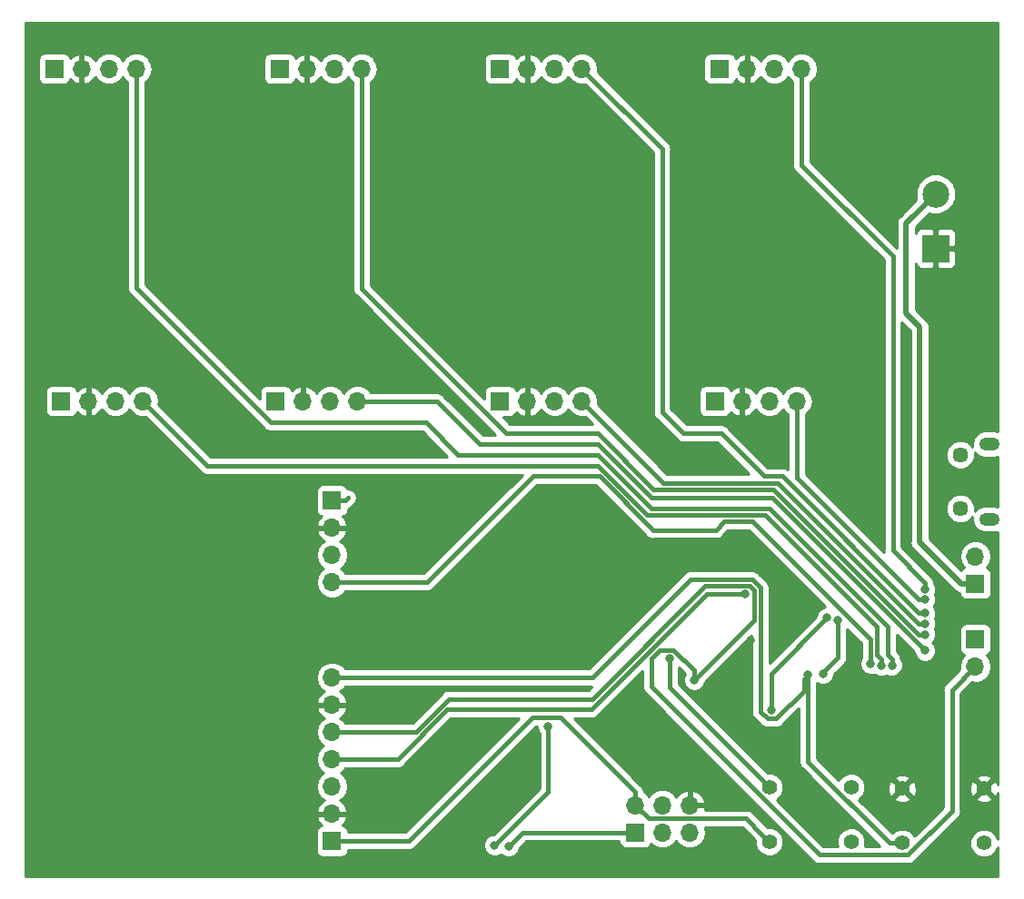
<source format=gbr>
G04 #@! TF.GenerationSoftware,KiCad,Pcbnew,(5.0.1)-4*
G04 #@! TF.CreationDate,2019-10-16T14:09:11+02:00*
G04 #@! TF.ProjectId,Pcb_Sensor_test,5063625F53656E736F725F746573742E,rev?*
G04 #@! TF.SameCoordinates,Original*
G04 #@! TF.FileFunction,Copper,L2,Bot,Signal*
G04 #@! TF.FilePolarity,Positive*
%FSLAX46Y46*%
G04 Gerber Fmt 4.6, Leading zero omitted, Abs format (unit mm)*
G04 Created by KiCad (PCBNEW (5.0.1)-4) date 16/10/2019 14:09:11*
%MOMM*%
%LPD*%
G01*
G04 APERTURE LIST*
G04 #@! TA.AperFunction,ComponentPad*
%ADD10R,1.700000X1.700000*%
G04 #@! TD*
G04 #@! TA.AperFunction,ComponentPad*
%ADD11O,1.700000X1.700000*%
G04 #@! TD*
G04 #@! TA.AperFunction,ComponentPad*
%ADD12R,2.500000X2.500000*%
G04 #@! TD*
G04 #@! TA.AperFunction,ComponentPad*
%ADD13C,2.500000*%
G04 #@! TD*
G04 #@! TA.AperFunction,ComponentPad*
%ADD14C,1.397000*%
G04 #@! TD*
G04 #@! TA.AperFunction,ComponentPad*
%ADD15C,1.450000*%
G04 #@! TD*
G04 #@! TA.AperFunction,ComponentPad*
%ADD16O,1.900000X1.200000*%
G04 #@! TD*
G04 #@! TA.AperFunction,ViaPad*
%ADD17C,0.800000*%
G04 #@! TD*
G04 #@! TA.AperFunction,Conductor*
%ADD18C,0.300000*%
G04 #@! TD*
G04 #@! TA.AperFunction,Conductor*
%ADD19C,0.400000*%
G04 #@! TD*
G04 #@! TA.AperFunction,Conductor*
%ADD20C,0.500000*%
G04 #@! TD*
G04 #@! TA.AperFunction,Conductor*
%ADD21C,0.254000*%
G04 #@! TD*
G04 APERTURE END LIST*
D10*
G04 #@! TO.P,J1,1*
G04 #@! TO.N,/VCC*
X97000000Y-84000000D03*
D11*
G04 #@! TO.P,J1,2*
G04 #@! TO.N,/GND*
X99540000Y-84000000D03*
G04 #@! TO.P,J1,3*
G04 #@! TO.N,Net-(J1-Pad3)*
X102080000Y-84000000D03*
G04 #@! TO.P,J1,4*
G04 #@! TO.N,/MQ-1*
X104620000Y-84000000D03*
G04 #@! TD*
G04 #@! TO.P,J2,4*
G04 #@! TO.N,/MQ-2*
X104000000Y-53000000D03*
G04 #@! TO.P,J2,3*
G04 #@! TO.N,Net-(J2-Pad3)*
X101460000Y-53000000D03*
G04 #@! TO.P,J2,2*
G04 #@! TO.N,/GND*
X98920000Y-53000000D03*
D10*
G04 #@! TO.P,J2,1*
G04 #@! TO.N,/VCC*
X96380000Y-53000000D03*
G04 #@! TD*
G04 #@! TO.P,J3,1*
G04 #@! TO.N,/VCC*
X117000000Y-84000000D03*
D11*
G04 #@! TO.P,J3,2*
G04 #@! TO.N,/GND*
X119540000Y-84000000D03*
G04 #@! TO.P,J3,3*
G04 #@! TO.N,Net-(J3-Pad3)*
X122080000Y-84000000D03*
G04 #@! TO.P,J3,4*
G04 #@! TO.N,/MQ-3*
X124620000Y-84000000D03*
G04 #@! TD*
D10*
G04 #@! TO.P,J4,1*
G04 #@! TO.N,/VCC*
X117380000Y-53000000D03*
D11*
G04 #@! TO.P,J4,2*
G04 #@! TO.N,/GND*
X119920000Y-53000000D03*
G04 #@! TO.P,J4,3*
G04 #@! TO.N,Net-(J4-Pad3)*
X122460000Y-53000000D03*
G04 #@! TO.P,J4,4*
G04 #@! TO.N,/MQ-4*
X125000000Y-53000000D03*
G04 #@! TD*
G04 #@! TO.P,J5,4*
G04 #@! TO.N,/MQ-5*
X166000000Y-53000000D03*
G04 #@! TO.P,J5,3*
G04 #@! TO.N,Net-(J5-Pad3)*
X163460000Y-53000000D03*
G04 #@! TO.P,J5,2*
G04 #@! TO.N,/GND*
X160920000Y-53000000D03*
D10*
G04 #@! TO.P,J5,1*
G04 #@! TO.N,/VCC*
X158380000Y-53000000D03*
G04 #@! TD*
D11*
G04 #@! TO.P,J6,4*
G04 #@! TO.N,/MQ-6*
X165540000Y-84000000D03*
G04 #@! TO.P,J6,3*
G04 #@! TO.N,Net-(J6-Pad3)*
X163000000Y-84000000D03*
G04 #@! TO.P,J6,2*
G04 #@! TO.N,/GND*
X160460000Y-84000000D03*
D10*
G04 #@! TO.P,J6,1*
G04 #@! TO.N,/VCC*
X157920000Y-84000000D03*
G04 #@! TD*
G04 #@! TO.P,J7,1*
G04 #@! TO.N,/VCC*
X137920000Y-53000000D03*
D11*
G04 #@! TO.P,J7,2*
G04 #@! TO.N,/GND*
X140460000Y-53000000D03*
G04 #@! TO.P,J7,3*
G04 #@! TO.N,Net-(J7-Pad3)*
X143000000Y-53000000D03*
G04 #@! TO.P,J7,4*
G04 #@! TO.N,/MQ-7*
X145540000Y-53000000D03*
G04 #@! TD*
G04 #@! TO.P,J8,4*
G04 #@! TO.N,/MQ-8*
X145540000Y-84000000D03*
G04 #@! TO.P,J8,3*
G04 #@! TO.N,Net-(J8-Pad3)*
X143000000Y-84000000D03*
G04 #@! TO.P,J8,2*
G04 #@! TO.N,/GND*
X140460000Y-84000000D03*
D10*
G04 #@! TO.P,J8,1*
G04 #@! TO.N,/VCC*
X137920000Y-84000000D03*
G04 #@! TD*
G04 #@! TO.P,J9,1*
G04 #@! TO.N,/VCC*
X122250000Y-93250000D03*
D11*
G04 #@! TO.P,J9,2*
G04 #@! TO.N,/GND*
X122250000Y-95790000D03*
G04 #@! TO.P,J9,3*
G04 #@! TO.N,Net-(J9-Pad3)*
X122250000Y-98330000D03*
G04 #@! TO.P,J9,4*
G04 #@! TO.N,/MQ-9*
X122250000Y-100870000D03*
G04 #@! TD*
D10*
G04 #@! TO.P,J10,1*
G04 #@! TO.N,/VCC*
X122250000Y-125000000D03*
D11*
G04 #@! TO.P,J10,2*
G04 #@! TO.N,/GND*
X122250000Y-122460000D03*
G04 #@! TO.P,J10,3*
G04 #@! TO.N,/VCC*
X122250000Y-119920000D03*
G04 #@! TO.P,J10,4*
G04 #@! TO.N,/RX*
X122250000Y-117380000D03*
G04 #@! TO.P,J10,5*
G04 #@! TO.N,/TX*
X122250000Y-114840000D03*
G04 #@! TO.P,J10,6*
G04 #@! TO.N,/GND*
X122250000Y-112300000D03*
G04 #@! TO.P,J10,7*
G04 #@! TO.N,/RST*
X122250000Y-109760000D03*
G04 #@! TD*
D10*
G04 #@! TO.P,J11,1*
G04 #@! TO.N,/MISO*
X150500000Y-124200000D03*
D11*
G04 #@! TO.P,J11,2*
G04 #@! TO.N,/VCC*
X150500000Y-121660000D03*
G04 #@! TO.P,J11,3*
G04 #@! TO.N,/SCK*
X153040000Y-124200000D03*
G04 #@! TO.P,J11,4*
G04 #@! TO.N,/MOSI*
X153040000Y-121660000D03*
G04 #@! TO.P,J11,5*
G04 #@! TO.N,/RST*
X155580000Y-124200000D03*
G04 #@! TO.P,J11,6*
G04 #@! TO.N,/GND*
X155580000Y-121660000D03*
G04 #@! TD*
D12*
G04 #@! TO.P,J14,1*
G04 #@! TO.N,/GND*
X178500000Y-69750000D03*
D13*
G04 #@! TO.P,J14,2*
G04 #@! TO.N,/VCC*
X178500000Y-64670000D03*
G04 #@! TD*
D14*
G04 #@! TO.P,SW1,1*
G04 #@! TO.N,/RST*
X175380000Y-125200000D03*
G04 #@! TO.P,SW1,2*
G04 #@! TO.N,/GND*
X175380000Y-120120000D03*
G04 #@! TO.P,SW1,1*
G04 #@! TO.N,/RST*
X183000000Y-125200000D03*
G04 #@! TO.P,SW1,2*
G04 #@! TO.N,/GND*
X183000000Y-120120000D03*
G04 #@! TD*
G04 #@! TO.P,SW2,2*
G04 #@! TO.N,/VCC*
X163000000Y-125080000D03*
G04 #@! TO.P,SW2,1*
G04 #@! TO.N,/Button*
X163000000Y-120000000D03*
G04 #@! TO.P,SW2,2*
G04 #@! TO.N,/VCC*
X170620000Y-125080000D03*
G04 #@! TO.P,SW2,1*
G04 #@! TO.N,/Button*
X170620000Y-120000000D03*
G04 #@! TD*
D10*
G04 #@! TO.P,J13,1*
G04 #@! TO.N,/VCC*
X182200000Y-101000000D03*
D11*
G04 #@! TO.P,J13,2*
G04 #@! TO.N,Net-(J13-Pad2)*
X182200000Y-98460000D03*
G04 #@! TD*
D10*
G04 #@! TO.P,J12,1*
G04 #@! TO.N,/TX_usb*
X182200000Y-106200000D03*
D11*
G04 #@! TO.P,J12,2*
G04 #@! TO.N,/TX*
X182200000Y-108740000D03*
G04 #@! TD*
D15*
G04 #@! TO.P,U2,6*
G04 #@! TO.N,N/C*
X180787500Y-94000000D03*
X180787500Y-89000000D03*
D16*
X183487500Y-95000000D03*
X183487500Y-88000000D03*
G04 #@! TD*
D17*
G04 #@! TO.N,/GND*
X168000000Y-123000000D03*
X161278186Y-106278186D03*
X150000000Y-103000000D03*
G04 #@! TO.N,/RST*
X166600000Y-109500000D03*
G04 #@! TO.N,/MQ-1*
X173417242Y-108656493D03*
G04 #@! TO.N,/MQ-2*
X174416363Y-108614534D03*
G04 #@! TO.N,/MQ-3*
X177500000Y-107250000D03*
G04 #@! TO.N,/MQ-4*
X177500000Y-105750003D03*
G04 #@! TO.N,/MQ-5*
X177500000Y-101500000D03*
G04 #@! TO.N,/MQ-6*
X177500000Y-102500003D03*
G04 #@! TO.N,/MQ-7*
X177500000Y-103750000D03*
G04 #@! TO.N,/MQ-8*
X177500000Y-104750000D03*
G04 #@! TO.N,/MQ-9*
X172431485Y-108488311D03*
G04 #@! TO.N,/RX*
X160750000Y-102000000D03*
G04 #@! TO.N,/TX*
X156000000Y-110000000D03*
G04 #@! TO.N,/MISO*
X138700000Y-125500000D03*
G04 #@! TO.N,/SDA*
X163200000Y-112800000D03*
X168400000Y-104200000D03*
G04 #@! TO.N,/SCL*
X169400000Y-104400000D03*
X168000000Y-109400000D03*
G04 #@! TO.N,/Button*
X153700000Y-108000000D03*
G04 #@! TO.N,/CS*
X137400000Y-125400000D03*
X142400000Y-114300000D03*
G04 #@! TD*
D18*
G04 #@! TO.N,/GND*
X161278186Y-106278186D02*
X161278186Y-106278186D01*
X161278186Y-116278186D02*
X168000000Y-123000000D01*
X161278186Y-106278186D02*
X161278186Y-116278186D01*
D19*
G04 #@! TO.N,/RST*
X174392172Y-125200000D02*
X175380000Y-125200000D01*
X174194218Y-125200000D02*
X174392172Y-125200000D01*
X166600000Y-117605782D02*
X174194218Y-125200000D01*
X166600000Y-109500000D02*
X166600000Y-117605782D01*
X146490000Y-109760000D02*
X122250000Y-109760000D01*
X161382533Y-100599989D02*
X155650011Y-100599989D01*
X162150010Y-101367466D02*
X161382533Y-100599989D01*
X166200001Y-109899999D02*
X166200001Y-110984001D01*
X166600000Y-109500000D02*
X166200001Y-109899999D01*
X166200001Y-110984001D02*
X163584001Y-113600001D01*
X163584001Y-113600001D02*
X162815999Y-113600001D01*
X155650011Y-100599989D02*
X146490000Y-109760000D01*
X162815999Y-113600001D02*
X162150011Y-112934013D01*
X162150011Y-112934013D02*
X162150010Y-101367466D01*
G04 #@! TO.N,/VCC*
X162301501Y-124381501D02*
X163000000Y-125080000D01*
X160830001Y-122910001D02*
X162301501Y-124381501D01*
X151750001Y-122910001D02*
X160830001Y-122910001D01*
X150500000Y-121660000D02*
X151750001Y-122910001D01*
X123500000Y-93250000D02*
X123750000Y-93000000D01*
X122250000Y-93250000D02*
X123500000Y-93250000D01*
X143542080Y-113499999D02*
X140900001Y-113499999D01*
X150500000Y-121660000D02*
X150500000Y-120457919D01*
X150500000Y-120457919D02*
X143542080Y-113499999D01*
X129400000Y-125000000D02*
X122250000Y-125000000D01*
X140900001Y-113499999D02*
X129400000Y-125000000D01*
D20*
X177000000Y-77080000D02*
X175750000Y-75830000D01*
X175750000Y-67420000D02*
X178500000Y-64670000D01*
X175750000Y-75830000D02*
X175750000Y-67420000D01*
X180850000Y-101000000D02*
X182200000Y-101000000D01*
X177000000Y-97150000D02*
X180850000Y-101000000D01*
X177000000Y-77080000D02*
X177000000Y-97150000D01*
D19*
G04 #@! TO.N,/MQ-1*
X147000000Y-90000000D02*
X110620000Y-90000000D01*
X173417242Y-108090808D02*
X173000000Y-107673566D01*
X173417242Y-108656493D02*
X173417242Y-108090808D01*
X110620000Y-90000000D02*
X104620000Y-84000000D01*
X173000000Y-107673566D02*
X173000000Y-105000000D01*
X173000000Y-105000000D02*
X162600010Y-94600010D01*
X162600010Y-94600010D02*
X151600010Y-94600010D01*
X151600010Y-94600010D02*
X147000000Y-90000000D01*
G04 #@! TO.N,/MQ-2*
X174416363Y-108048849D02*
X174000000Y-107632486D01*
X174416363Y-108614534D02*
X174416363Y-108048849D01*
X174000000Y-107632486D02*
X174000000Y-105000000D01*
X174000000Y-105000000D02*
X163000000Y-94000000D01*
X163000000Y-94000000D02*
X152000000Y-94000000D01*
X152000000Y-94000000D02*
X147000000Y-89000000D01*
X147000000Y-89000000D02*
X134000000Y-89000000D01*
X134000000Y-89000000D02*
X131000000Y-86000000D01*
X104000000Y-54202081D02*
X104000000Y-53000000D01*
X104000000Y-73420002D02*
X104000000Y-54202081D01*
X116579998Y-86000000D02*
X104000000Y-73420002D01*
X131000000Y-86000000D02*
X116579998Y-86000000D01*
G04 #@! TO.N,/MQ-3*
X177500000Y-107250000D02*
X163250000Y-93000000D01*
X163250000Y-93000000D02*
X152000000Y-93000000D01*
X152000000Y-93000000D02*
X147000000Y-88000000D01*
X147000000Y-88000000D02*
X136000000Y-88000000D01*
X132000000Y-84000000D02*
X124620000Y-84000000D01*
X136000000Y-88000000D02*
X132000000Y-84000000D01*
G04 #@! TO.N,/MQ-4*
X176934315Y-105750003D02*
X163384332Y-92200020D01*
X177500000Y-105750003D02*
X176934315Y-105750003D01*
X163384332Y-92200020D02*
X152200020Y-92200020D01*
X152200020Y-92200020D02*
X147000000Y-87000000D01*
X125000000Y-54202081D02*
X125000000Y-53000000D01*
X125000000Y-73500002D02*
X125000000Y-54202081D01*
X138499998Y-87000000D02*
X125000000Y-73500002D01*
X147000000Y-87000000D02*
X138499998Y-87000000D01*
G04 #@! TO.N,/MQ-5*
X177500000Y-100934315D02*
X174500000Y-97934315D01*
X177500000Y-101500000D02*
X177500000Y-100934315D01*
X174500000Y-97934315D02*
X174500000Y-70500000D01*
X166000000Y-62000000D02*
X166000000Y-53000000D01*
X174500000Y-70500000D02*
X166000000Y-62000000D01*
G04 #@! TO.N,/MQ-6*
X165540000Y-85202081D02*
X165540000Y-84000000D01*
X165540000Y-91105688D02*
X165540000Y-85202081D01*
X176934315Y-102500003D02*
X165540000Y-91105688D01*
X177500000Y-102500003D02*
X176934315Y-102500003D01*
G04 #@! TO.N,/MQ-7*
X176934315Y-103750000D02*
X164184315Y-91000000D01*
X177500000Y-103750000D02*
X176934315Y-103750000D01*
X162499998Y-91000000D02*
X158499998Y-87000000D01*
X164184315Y-91000000D02*
X162499998Y-91000000D01*
X158499998Y-87000000D02*
X155000000Y-87000000D01*
X155000000Y-87000000D02*
X153000000Y-85000000D01*
X153000000Y-60460000D02*
X145540000Y-53000000D01*
X153000000Y-85000000D02*
X153000000Y-60460000D01*
G04 #@! TO.N,/MQ-8*
X176934315Y-104750000D02*
X163784325Y-91600010D01*
X177500000Y-104750000D02*
X176934315Y-104750000D01*
X153140010Y-91600010D02*
X145540000Y-84000000D01*
X163784325Y-91600010D02*
X153140010Y-91600010D01*
G04 #@! TO.N,/MQ-9*
X122250000Y-100870000D02*
X131130000Y-100870000D01*
X131130000Y-100870000D02*
X141000000Y-91000000D01*
X147151458Y-91000000D02*
X152151458Y-96000000D01*
X141000000Y-91000000D02*
X147151458Y-91000000D01*
X158000000Y-96000000D02*
X158799980Y-95200020D01*
X152151458Y-96000000D02*
X158000000Y-96000000D01*
X172431485Y-107922626D02*
X172431485Y-108488311D01*
X172399990Y-107891131D02*
X172431485Y-107922626D01*
X172399990Y-106215988D02*
X172399990Y-107891131D01*
X161384022Y-95200020D02*
X172399990Y-106215988D01*
X158799980Y-95200020D02*
X161384022Y-95200020D01*
G04 #@! TO.N,/RX*
X157151458Y-102000000D02*
X146401458Y-112750000D01*
X160750000Y-102000000D02*
X157151458Y-102000000D01*
X146401458Y-112750000D02*
X133000000Y-112750000D01*
X128370000Y-117380000D02*
X122250000Y-117380000D01*
X133000000Y-112750000D02*
X128370000Y-117380000D01*
G04 #@! TO.N,/TX*
X167672719Y-126298501D02*
X152000000Y-110625782D01*
X175907281Y-126298501D02*
X167672719Y-126298501D01*
X180000000Y-122205782D02*
X175907281Y-126298501D01*
X182200000Y-108740000D02*
X180000000Y-110940000D01*
X180000000Y-110940000D02*
X180000000Y-122205782D01*
X152000000Y-110625782D02*
X152000000Y-108000000D01*
X156000000Y-109115998D02*
X156000000Y-110000000D01*
X154084001Y-107199999D02*
X156000000Y-109115998D01*
X152000000Y-108000000D02*
X152800001Y-107199999D01*
X152800001Y-107199999D02*
X154084001Y-107199999D01*
X130061458Y-114840000D02*
X122250000Y-114840000D01*
X133151458Y-111750000D02*
X130061458Y-114840000D01*
X161550001Y-104449999D02*
X161550001Y-101615999D01*
X156000000Y-110000000D02*
X161550001Y-104449999D01*
X161550001Y-101615999D02*
X161134001Y-101199999D01*
X161134001Y-101199999D02*
X157050001Y-101199999D01*
X157050001Y-101199999D02*
X146500000Y-111750000D01*
X146500000Y-111750000D02*
X133151458Y-111750000D01*
G04 #@! TO.N,/MISO*
X140000000Y-124200000D02*
X150500000Y-124200000D01*
X138700000Y-125500000D02*
X140000000Y-124200000D01*
G04 #@! TO.N,/SDA*
X163200000Y-109400000D02*
X163200000Y-112800000D01*
X168400000Y-104200000D02*
X163200000Y-109400000D01*
G04 #@! TO.N,/SCL*
X168000000Y-109284002D02*
X168000000Y-109400000D01*
X169400000Y-104400000D02*
X169400000Y-107884002D01*
X169400000Y-107884002D02*
X168000000Y-109284002D01*
G04 #@! TO.N,/Button*
X153700000Y-110700000D02*
X163000000Y-120000000D01*
X153700000Y-108000000D02*
X153700000Y-110700000D01*
G04 #@! TO.N,/CS*
X137400000Y-125400000D02*
X142400000Y-120400000D01*
X142400000Y-120400000D02*
X142400000Y-114300000D01*
G04 #@! TD*
D21*
G04 #@! TO.N,/GND*
G36*
X184290000Y-86830813D02*
X183959136Y-86765000D01*
X183015864Y-86765000D01*
X182655627Y-86836656D01*
X182247115Y-87109615D01*
X181974156Y-87518127D01*
X181878305Y-88000000D01*
X181919890Y-88209060D01*
X181557878Y-87847048D01*
X181058021Y-87640000D01*
X180516979Y-87640000D01*
X180017122Y-87847048D01*
X179634548Y-88229622D01*
X179427500Y-88729479D01*
X179427500Y-89270521D01*
X179634548Y-89770378D01*
X180017122Y-90152952D01*
X180516979Y-90360000D01*
X181058021Y-90360000D01*
X181557878Y-90152952D01*
X181940452Y-89770378D01*
X182147500Y-89270521D01*
X182147500Y-88741301D01*
X182247115Y-88890385D01*
X182655627Y-89163344D01*
X183015864Y-89235000D01*
X183959136Y-89235000D01*
X184290001Y-89169187D01*
X184290001Y-93830813D01*
X183959136Y-93765000D01*
X183015864Y-93765000D01*
X182655627Y-93836656D01*
X182247115Y-94109615D01*
X182147500Y-94258699D01*
X182147500Y-93729479D01*
X181940452Y-93229622D01*
X181557878Y-92847048D01*
X181058021Y-92640000D01*
X180516979Y-92640000D01*
X180017122Y-92847048D01*
X179634548Y-93229622D01*
X179427500Y-93729479D01*
X179427500Y-94270521D01*
X179634548Y-94770378D01*
X180017122Y-95152952D01*
X180516979Y-95360000D01*
X181058021Y-95360000D01*
X181557878Y-95152952D01*
X181919890Y-94790940D01*
X181878305Y-95000000D01*
X181974156Y-95481873D01*
X182247115Y-95890385D01*
X182655627Y-96163344D01*
X183015864Y-96235000D01*
X183959136Y-96235000D01*
X184290001Y-96169187D01*
X184290001Y-119717262D01*
X184169800Y-119427071D01*
X183934188Y-119365417D01*
X183179605Y-120120000D01*
X183934188Y-120874583D01*
X184169800Y-120812929D01*
X184290001Y-120471416D01*
X184290001Y-124829734D01*
X184130487Y-124444633D01*
X183755367Y-124069513D01*
X183265250Y-123866500D01*
X182734750Y-123866500D01*
X182244633Y-124069513D01*
X181869513Y-124444633D01*
X181666500Y-124934750D01*
X181666500Y-125465250D01*
X181869513Y-125955367D01*
X182244633Y-126330487D01*
X182734750Y-126533500D01*
X183265250Y-126533500D01*
X183755367Y-126330487D01*
X184130487Y-125955367D01*
X184290001Y-125570266D01*
X184290001Y-128290000D01*
X93710000Y-128290000D01*
X93710000Y-92400000D01*
X120752560Y-92400000D01*
X120752560Y-94100000D01*
X120801843Y-94347765D01*
X120942191Y-94557809D01*
X121152235Y-94698157D01*
X121255708Y-94718739D01*
X120978355Y-95023076D01*
X120808524Y-95433110D01*
X120929845Y-95663000D01*
X122123000Y-95663000D01*
X122123000Y-95643000D01*
X122377000Y-95643000D01*
X122377000Y-95663000D01*
X123570155Y-95663000D01*
X123691476Y-95433110D01*
X123521645Y-95023076D01*
X123244292Y-94718739D01*
X123347765Y-94698157D01*
X123557809Y-94557809D01*
X123698157Y-94347765D01*
X123747440Y-94100000D01*
X123747440Y-94052139D01*
X123825801Y-94036552D01*
X124102001Y-93852001D01*
X124148587Y-93782281D01*
X124398584Y-93532284D01*
X124536552Y-93325800D01*
X124601357Y-93000001D01*
X124536552Y-92674201D01*
X124352000Y-92398000D01*
X124075799Y-92213448D01*
X123749999Y-92148643D01*
X123699443Y-92158699D01*
X123698157Y-92152235D01*
X123557809Y-91942191D01*
X123347765Y-91801843D01*
X123100000Y-91752560D01*
X121400000Y-91752560D01*
X121152235Y-91801843D01*
X120942191Y-91942191D01*
X120801843Y-92152235D01*
X120752560Y-92400000D01*
X93710000Y-92400000D01*
X93710000Y-83150000D01*
X95502560Y-83150000D01*
X95502560Y-84850000D01*
X95551843Y-85097765D01*
X95692191Y-85307809D01*
X95902235Y-85448157D01*
X96150000Y-85497440D01*
X97850000Y-85497440D01*
X98097765Y-85448157D01*
X98307809Y-85307809D01*
X98448157Y-85097765D01*
X98468739Y-84994292D01*
X98773076Y-85271645D01*
X99183110Y-85441476D01*
X99413000Y-85320155D01*
X99413000Y-84127000D01*
X99393000Y-84127000D01*
X99393000Y-83873000D01*
X99413000Y-83873000D01*
X99413000Y-82679845D01*
X99183110Y-82558524D01*
X98773076Y-82728355D01*
X98468739Y-83005708D01*
X98448157Y-82902235D01*
X98307809Y-82692191D01*
X98097765Y-82551843D01*
X97850000Y-82502560D01*
X96150000Y-82502560D01*
X95902235Y-82551843D01*
X95692191Y-82692191D01*
X95551843Y-82902235D01*
X95502560Y-83150000D01*
X93710000Y-83150000D01*
X93710000Y-52150000D01*
X94882560Y-52150000D01*
X94882560Y-53850000D01*
X94931843Y-54097765D01*
X95072191Y-54307809D01*
X95282235Y-54448157D01*
X95530000Y-54497440D01*
X97230000Y-54497440D01*
X97477765Y-54448157D01*
X97687809Y-54307809D01*
X97828157Y-54097765D01*
X97848739Y-53994292D01*
X98153076Y-54271645D01*
X98563110Y-54441476D01*
X98793000Y-54320155D01*
X98793000Y-53127000D01*
X98773000Y-53127000D01*
X98773000Y-52873000D01*
X98793000Y-52873000D01*
X98793000Y-51679845D01*
X99047000Y-51679845D01*
X99047000Y-52873000D01*
X99067000Y-52873000D01*
X99067000Y-53127000D01*
X99047000Y-53127000D01*
X99047000Y-54320155D01*
X99276890Y-54441476D01*
X99686924Y-54271645D01*
X100115183Y-53881358D01*
X100176157Y-53751522D01*
X100389375Y-54070625D01*
X100880582Y-54398839D01*
X101313744Y-54485000D01*
X101606256Y-54485000D01*
X102039418Y-54398839D01*
X102530625Y-54070625D01*
X102730000Y-53772239D01*
X102929375Y-54070625D01*
X103165000Y-54228065D01*
X103165000Y-54284317D01*
X103165001Y-54284322D01*
X103165000Y-73337769D01*
X103148643Y-73420002D01*
X103165000Y-73502235D01*
X103165000Y-73502238D01*
X103213448Y-73745802D01*
X103397999Y-74022003D01*
X103467720Y-74068589D01*
X115931413Y-86532283D01*
X115977997Y-86602001D01*
X116221942Y-86765000D01*
X116254197Y-86786552D01*
X116579998Y-86851358D01*
X116662235Y-86835000D01*
X130654133Y-86835000D01*
X132984132Y-89165000D01*
X110965869Y-89165000D01*
X106078807Y-84277939D01*
X106134092Y-84000000D01*
X106018839Y-83420582D01*
X105690625Y-82929375D01*
X105199418Y-82601161D01*
X104766256Y-82515000D01*
X104473744Y-82515000D01*
X104040582Y-82601161D01*
X103549375Y-82929375D01*
X103350000Y-83227761D01*
X103150625Y-82929375D01*
X102659418Y-82601161D01*
X102226256Y-82515000D01*
X101933744Y-82515000D01*
X101500582Y-82601161D01*
X101009375Y-82929375D01*
X100796157Y-83248478D01*
X100735183Y-83118642D01*
X100306924Y-82728355D01*
X99896890Y-82558524D01*
X99667000Y-82679845D01*
X99667000Y-83873000D01*
X99687000Y-83873000D01*
X99687000Y-84127000D01*
X99667000Y-84127000D01*
X99667000Y-85320155D01*
X99896890Y-85441476D01*
X100306924Y-85271645D01*
X100735183Y-84881358D01*
X100796157Y-84751522D01*
X101009375Y-85070625D01*
X101500582Y-85398839D01*
X101933744Y-85485000D01*
X102226256Y-85485000D01*
X102659418Y-85398839D01*
X103150625Y-85070625D01*
X103350000Y-84772239D01*
X103549375Y-85070625D01*
X104040582Y-85398839D01*
X104473744Y-85485000D01*
X104766256Y-85485000D01*
X104897939Y-85458807D01*
X109971417Y-90532286D01*
X110017999Y-90602001D01*
X110294199Y-90786552D01*
X110537763Y-90835000D01*
X110537766Y-90835000D01*
X110619999Y-90851357D01*
X110702232Y-90835000D01*
X139984132Y-90835000D01*
X130784133Y-100035000D01*
X123478065Y-100035000D01*
X123320625Y-99799375D01*
X123022239Y-99600000D01*
X123320625Y-99400625D01*
X123648839Y-98909418D01*
X123764092Y-98330000D01*
X123648839Y-97750582D01*
X123320625Y-97259375D01*
X123001522Y-97046157D01*
X123131358Y-96985183D01*
X123521645Y-96556924D01*
X123691476Y-96146890D01*
X123570155Y-95917000D01*
X122377000Y-95917000D01*
X122377000Y-95937000D01*
X122123000Y-95937000D01*
X122123000Y-95917000D01*
X120929845Y-95917000D01*
X120808524Y-96146890D01*
X120978355Y-96556924D01*
X121368642Y-96985183D01*
X121498478Y-97046157D01*
X121179375Y-97259375D01*
X120851161Y-97750582D01*
X120735908Y-98330000D01*
X120851161Y-98909418D01*
X121179375Y-99400625D01*
X121477761Y-99600000D01*
X121179375Y-99799375D01*
X120851161Y-100290582D01*
X120735908Y-100870000D01*
X120851161Y-101449418D01*
X121179375Y-101940625D01*
X121670582Y-102268839D01*
X122103744Y-102355000D01*
X122396256Y-102355000D01*
X122829418Y-102268839D01*
X123320625Y-101940625D01*
X123478065Y-101705000D01*
X131047767Y-101705000D01*
X131130000Y-101721357D01*
X131212233Y-101705000D01*
X131212237Y-101705000D01*
X131455801Y-101656552D01*
X131732001Y-101472001D01*
X131778587Y-101402280D01*
X141345868Y-91835000D01*
X146805591Y-91835000D01*
X151502873Y-96532283D01*
X151549457Y-96602001D01*
X151825657Y-96786552D01*
X152151458Y-96851358D01*
X152233695Y-96835000D01*
X157917767Y-96835000D01*
X158000000Y-96851357D01*
X158082233Y-96835000D01*
X158082237Y-96835000D01*
X158325801Y-96786552D01*
X158602001Y-96602001D01*
X158648587Y-96532280D01*
X159145848Y-96035020D01*
X161038155Y-96035020D01*
X168175747Y-103172613D01*
X167813720Y-103322569D01*
X167522569Y-103613720D01*
X167365000Y-103994126D01*
X167365000Y-104054132D01*
X162985010Y-108434123D01*
X162985009Y-101449703D01*
X163001367Y-101367465D01*
X162936562Y-101041665D01*
X162798594Y-100835181D01*
X162798590Y-100835177D01*
X162752010Y-100765465D01*
X162682297Y-100718884D01*
X162031120Y-100067709D01*
X161984534Y-99997988D01*
X161708334Y-99813437D01*
X161464770Y-99764989D01*
X161464766Y-99764989D01*
X161382533Y-99748632D01*
X161300300Y-99764989D01*
X155732248Y-99764989D01*
X155650011Y-99748631D01*
X155567774Y-99764989D01*
X155324210Y-99813437D01*
X155048010Y-99997988D01*
X155001426Y-100067706D01*
X146144133Y-108925000D01*
X123478065Y-108925000D01*
X123320625Y-108689375D01*
X122829418Y-108361161D01*
X122396256Y-108275000D01*
X122103744Y-108275000D01*
X121670582Y-108361161D01*
X121179375Y-108689375D01*
X120851161Y-109180582D01*
X120735908Y-109760000D01*
X120851161Y-110339418D01*
X121179375Y-110830625D01*
X121498478Y-111043843D01*
X121368642Y-111104817D01*
X120978355Y-111533076D01*
X120808524Y-111943110D01*
X120929845Y-112173000D01*
X122123000Y-112173000D01*
X122123000Y-112153000D01*
X122377000Y-112153000D01*
X122377000Y-112173000D01*
X123570155Y-112173000D01*
X123691476Y-111943110D01*
X123521645Y-111533076D01*
X123131358Y-111104817D01*
X123001522Y-111043843D01*
X123320625Y-110830625D01*
X123478065Y-110595000D01*
X146407767Y-110595000D01*
X146463122Y-110606011D01*
X146154133Y-110915000D01*
X133233695Y-110915000D01*
X133151458Y-110898642D01*
X133069221Y-110915000D01*
X132825657Y-110963448D01*
X132549457Y-111147999D01*
X132502873Y-111217717D01*
X129715591Y-114005000D01*
X123478065Y-114005000D01*
X123320625Y-113769375D01*
X123001522Y-113556157D01*
X123131358Y-113495183D01*
X123521645Y-113066924D01*
X123691476Y-112656890D01*
X123570155Y-112427000D01*
X122377000Y-112427000D01*
X122377000Y-112447000D01*
X122123000Y-112447000D01*
X122123000Y-112427000D01*
X120929845Y-112427000D01*
X120808524Y-112656890D01*
X120978355Y-113066924D01*
X121368642Y-113495183D01*
X121498478Y-113556157D01*
X121179375Y-113769375D01*
X120851161Y-114260582D01*
X120735908Y-114840000D01*
X120851161Y-115419418D01*
X121179375Y-115910625D01*
X121477761Y-116110000D01*
X121179375Y-116309375D01*
X120851161Y-116800582D01*
X120735908Y-117380000D01*
X120851161Y-117959418D01*
X121179375Y-118450625D01*
X121477761Y-118650000D01*
X121179375Y-118849375D01*
X120851161Y-119340582D01*
X120735908Y-119920000D01*
X120851161Y-120499418D01*
X121179375Y-120990625D01*
X121498478Y-121203843D01*
X121368642Y-121264817D01*
X120978355Y-121693076D01*
X120808524Y-122103110D01*
X120929845Y-122333000D01*
X122123000Y-122333000D01*
X122123000Y-122313000D01*
X122377000Y-122313000D01*
X122377000Y-122333000D01*
X123570155Y-122333000D01*
X123691476Y-122103110D01*
X123521645Y-121693076D01*
X123131358Y-121264817D01*
X123001522Y-121203843D01*
X123320625Y-120990625D01*
X123648839Y-120499418D01*
X123764092Y-119920000D01*
X123648839Y-119340582D01*
X123320625Y-118849375D01*
X123022239Y-118650000D01*
X123320625Y-118450625D01*
X123478065Y-118215000D01*
X128287767Y-118215000D01*
X128370000Y-118231357D01*
X128452233Y-118215000D01*
X128452237Y-118215000D01*
X128695801Y-118166552D01*
X128972001Y-117982001D01*
X129018587Y-117912280D01*
X133345868Y-113585000D01*
X139634131Y-113585000D01*
X129054133Y-124165000D01*
X123747440Y-124165000D01*
X123747440Y-124150000D01*
X123698157Y-123902235D01*
X123557809Y-123692191D01*
X123347765Y-123551843D01*
X123244292Y-123531261D01*
X123521645Y-123226924D01*
X123691476Y-122816890D01*
X123570155Y-122587000D01*
X122377000Y-122587000D01*
X122377000Y-122607000D01*
X122123000Y-122607000D01*
X122123000Y-122587000D01*
X120929845Y-122587000D01*
X120808524Y-122816890D01*
X120978355Y-123226924D01*
X121255708Y-123531261D01*
X121152235Y-123551843D01*
X120942191Y-123692191D01*
X120801843Y-123902235D01*
X120752560Y-124150000D01*
X120752560Y-125850000D01*
X120801843Y-126097765D01*
X120942191Y-126307809D01*
X121152235Y-126448157D01*
X121400000Y-126497440D01*
X123100000Y-126497440D01*
X123347765Y-126448157D01*
X123557809Y-126307809D01*
X123698157Y-126097765D01*
X123747440Y-125850000D01*
X123747440Y-125835000D01*
X129317767Y-125835000D01*
X129400000Y-125851357D01*
X129482233Y-125835000D01*
X129482237Y-125835000D01*
X129725801Y-125786552D01*
X130002001Y-125602001D01*
X130048587Y-125532280D01*
X141245870Y-114334999D01*
X141365000Y-114334999D01*
X141365000Y-114505874D01*
X141522569Y-114886280D01*
X141565001Y-114928712D01*
X141565000Y-120054132D01*
X137254133Y-124365000D01*
X137194126Y-124365000D01*
X136813720Y-124522569D01*
X136522569Y-124813720D01*
X136365000Y-125194126D01*
X136365000Y-125605874D01*
X136522569Y-125986280D01*
X136813720Y-126277431D01*
X137194126Y-126435000D01*
X137605874Y-126435000D01*
X137986280Y-126277431D01*
X138000000Y-126263711D01*
X138113720Y-126377431D01*
X138494126Y-126535000D01*
X138905874Y-126535000D01*
X139286280Y-126377431D01*
X139577431Y-126086280D01*
X139735000Y-125705874D01*
X139735000Y-125645867D01*
X140345868Y-125035000D01*
X149002560Y-125035000D01*
X149002560Y-125050000D01*
X149051843Y-125297765D01*
X149192191Y-125507809D01*
X149402235Y-125648157D01*
X149650000Y-125697440D01*
X151350000Y-125697440D01*
X151597765Y-125648157D01*
X151807809Y-125507809D01*
X151948157Y-125297765D01*
X151957184Y-125252381D01*
X151969375Y-125270625D01*
X152460582Y-125598839D01*
X152893744Y-125685000D01*
X153186256Y-125685000D01*
X153619418Y-125598839D01*
X154110625Y-125270625D01*
X154310000Y-124972239D01*
X154509375Y-125270625D01*
X155000582Y-125598839D01*
X155433744Y-125685000D01*
X155726256Y-125685000D01*
X156159418Y-125598839D01*
X156650625Y-125270625D01*
X156978839Y-124779418D01*
X157094092Y-124200000D01*
X157003587Y-123745001D01*
X160484134Y-123745001D01*
X161666500Y-124927369D01*
X161666500Y-125345250D01*
X161869513Y-125835367D01*
X162244633Y-126210487D01*
X162734750Y-126413500D01*
X163265250Y-126413500D01*
X163755367Y-126210487D01*
X164130487Y-125835367D01*
X164333500Y-125345250D01*
X164333500Y-124814750D01*
X164130487Y-124324633D01*
X163755367Y-123949513D01*
X163265250Y-123746500D01*
X162847369Y-123746500D01*
X161478588Y-122377721D01*
X161432002Y-122308000D01*
X161155802Y-122123449D01*
X160912238Y-122075001D01*
X160912234Y-122075001D01*
X160830001Y-122058644D01*
X160747768Y-122075001D01*
X156994196Y-122075001D01*
X157021486Y-122016892D01*
X156900819Y-121787000D01*
X155707000Y-121787000D01*
X155707000Y-121807000D01*
X155453000Y-121807000D01*
X155453000Y-121787000D01*
X155433000Y-121787000D01*
X155433000Y-121533000D01*
X155453000Y-121533000D01*
X155453000Y-120339845D01*
X155707000Y-120339845D01*
X155707000Y-121533000D01*
X156900819Y-121533000D01*
X157021486Y-121303108D01*
X156775183Y-120778642D01*
X156346924Y-120388355D01*
X155936890Y-120218524D01*
X155707000Y-120339845D01*
X155453000Y-120339845D01*
X155223110Y-120218524D01*
X154813076Y-120388355D01*
X154384817Y-120778642D01*
X154323843Y-120908478D01*
X154110625Y-120589375D01*
X153619418Y-120261161D01*
X153186256Y-120175000D01*
X152893744Y-120175000D01*
X152460582Y-120261161D01*
X151969375Y-120589375D01*
X151770000Y-120887761D01*
X151570625Y-120589375D01*
X151347905Y-120440558D01*
X151286552Y-120132118D01*
X151198273Y-119999999D01*
X151102001Y-119855918D01*
X151032283Y-119809334D01*
X144807948Y-113585000D01*
X146319225Y-113585000D01*
X146401458Y-113601357D01*
X146483691Y-113585000D01*
X146483695Y-113585000D01*
X146727259Y-113536552D01*
X147003459Y-113352001D01*
X147050045Y-113282280D01*
X151165001Y-109167325D01*
X151165000Y-110543549D01*
X151148643Y-110625782D01*
X151165000Y-110708015D01*
X151165000Y-110708018D01*
X151213448Y-110951582D01*
X151397999Y-111227783D01*
X151467720Y-111274369D01*
X167024134Y-126830784D01*
X167070718Y-126900502D01*
X167346918Y-127085053D01*
X167590482Y-127133501D01*
X167672719Y-127149859D01*
X167754956Y-127133501D01*
X175825048Y-127133501D01*
X175907281Y-127149858D01*
X175989514Y-127133501D01*
X175989518Y-127133501D01*
X176233082Y-127085053D01*
X176509282Y-126900502D01*
X176555868Y-126830781D01*
X180532283Y-122854367D01*
X180602001Y-122807783D01*
X180786552Y-122531583D01*
X180835000Y-122288019D01*
X180851358Y-122205782D01*
X180835000Y-122123545D01*
X180835000Y-121054188D01*
X182245417Y-121054188D01*
X182307071Y-121289800D01*
X182807480Y-121465927D01*
X183337199Y-121437148D01*
X183692929Y-121289800D01*
X183754583Y-121054188D01*
X183000000Y-120299605D01*
X182245417Y-121054188D01*
X180835000Y-121054188D01*
X180835000Y-119927480D01*
X181654073Y-119927480D01*
X181682852Y-120457199D01*
X181830200Y-120812929D01*
X182065812Y-120874583D01*
X182820395Y-120120000D01*
X182065812Y-119365417D01*
X181830200Y-119427071D01*
X181654073Y-119927480D01*
X180835000Y-119927480D01*
X180835000Y-119185812D01*
X182245417Y-119185812D01*
X183000000Y-119940395D01*
X183754583Y-119185812D01*
X183692929Y-118950200D01*
X183192520Y-118774073D01*
X182662801Y-118802852D01*
X182307071Y-118950200D01*
X182245417Y-119185812D01*
X180835000Y-119185812D01*
X180835000Y-111285867D01*
X181922061Y-110198807D01*
X182053744Y-110225000D01*
X182346256Y-110225000D01*
X182779418Y-110138839D01*
X183270625Y-109810625D01*
X183598839Y-109319418D01*
X183714092Y-108740000D01*
X183598839Y-108160582D01*
X183270625Y-107669375D01*
X183252381Y-107657184D01*
X183297765Y-107648157D01*
X183507809Y-107507809D01*
X183648157Y-107297765D01*
X183697440Y-107050000D01*
X183697440Y-105350000D01*
X183648157Y-105102235D01*
X183507809Y-104892191D01*
X183297765Y-104751843D01*
X183050000Y-104702560D01*
X181350000Y-104702560D01*
X181102235Y-104751843D01*
X180892191Y-104892191D01*
X180751843Y-105102235D01*
X180702560Y-105350000D01*
X180702560Y-107050000D01*
X180751843Y-107297765D01*
X180892191Y-107507809D01*
X181102235Y-107648157D01*
X181147619Y-107657184D01*
X181129375Y-107669375D01*
X180801161Y-108160582D01*
X180685908Y-108740000D01*
X180741193Y-109017939D01*
X179467720Y-110291413D01*
X179397999Y-110337999D01*
X179213448Y-110614200D01*
X179165000Y-110857764D01*
X179165000Y-110857767D01*
X179148643Y-110940000D01*
X179165000Y-111022233D01*
X179165001Y-121859913D01*
X176530929Y-124493985D01*
X176510487Y-124444633D01*
X176135367Y-124069513D01*
X175645250Y-123866500D01*
X175114750Y-123866500D01*
X174624633Y-124069513D01*
X174434616Y-124259530D01*
X171326015Y-121150929D01*
X171375367Y-121130487D01*
X171451666Y-121054188D01*
X174625417Y-121054188D01*
X174687071Y-121289800D01*
X175187480Y-121465927D01*
X175717199Y-121437148D01*
X176072929Y-121289800D01*
X176134583Y-121054188D01*
X175380000Y-120299605D01*
X174625417Y-121054188D01*
X171451666Y-121054188D01*
X171750487Y-120755367D01*
X171953500Y-120265250D01*
X171953500Y-119927480D01*
X174034073Y-119927480D01*
X174062852Y-120457199D01*
X174210200Y-120812929D01*
X174445812Y-120874583D01*
X175200395Y-120120000D01*
X175559605Y-120120000D01*
X176314188Y-120874583D01*
X176549800Y-120812929D01*
X176725927Y-120312520D01*
X176697148Y-119782801D01*
X176549800Y-119427071D01*
X176314188Y-119365417D01*
X175559605Y-120120000D01*
X175200395Y-120120000D01*
X174445812Y-119365417D01*
X174210200Y-119427071D01*
X174034073Y-119927480D01*
X171953500Y-119927480D01*
X171953500Y-119734750D01*
X171750487Y-119244633D01*
X171691666Y-119185812D01*
X174625417Y-119185812D01*
X175380000Y-119940395D01*
X176134583Y-119185812D01*
X176072929Y-118950200D01*
X175572520Y-118774073D01*
X175042801Y-118802852D01*
X174687071Y-118950200D01*
X174625417Y-119185812D01*
X171691666Y-119185812D01*
X171375367Y-118869513D01*
X170885250Y-118666500D01*
X170354750Y-118666500D01*
X169864633Y-118869513D01*
X169489513Y-119244633D01*
X169469071Y-119293985D01*
X167435000Y-117259915D01*
X167435000Y-110286245D01*
X167794126Y-110435000D01*
X168205874Y-110435000D01*
X168586280Y-110277431D01*
X168877431Y-109986280D01*
X169035000Y-109605874D01*
X169035000Y-109429869D01*
X169932282Y-108532587D01*
X170002001Y-108486003D01*
X170186552Y-108209803D01*
X170235000Y-107966239D01*
X170235000Y-107966235D01*
X170251357Y-107884002D01*
X170235000Y-107801769D01*
X170235000Y-105231867D01*
X171564990Y-106561857D01*
X171564991Y-107808893D01*
X171548633Y-107891131D01*
X171551856Y-107907336D01*
X171396485Y-108282437D01*
X171396485Y-108694185D01*
X171554054Y-109074591D01*
X171845205Y-109365742D01*
X172225611Y-109523311D01*
X172637359Y-109523311D01*
X172766753Y-109469715D01*
X172830962Y-109533924D01*
X173211368Y-109691493D01*
X173623116Y-109691493D01*
X173967452Y-109548865D01*
X174210489Y-109649534D01*
X174622237Y-109649534D01*
X175002643Y-109491965D01*
X175293794Y-109200814D01*
X175451363Y-108820408D01*
X175451363Y-108408660D01*
X175293794Y-108028254D01*
X175256132Y-107990592D01*
X175251363Y-107966615D01*
X175251363Y-107966612D01*
X175202915Y-107723048D01*
X175018364Y-107446848D01*
X174948643Y-107400262D01*
X174835000Y-107286619D01*
X174835000Y-105765869D01*
X176465000Y-107395869D01*
X176465000Y-107455874D01*
X176622569Y-107836280D01*
X176913720Y-108127431D01*
X177294126Y-108285000D01*
X177705874Y-108285000D01*
X178086280Y-108127431D01*
X178377431Y-107836280D01*
X178535000Y-107455874D01*
X178535000Y-107044126D01*
X178377431Y-106663720D01*
X178213713Y-106500002D01*
X178377431Y-106336283D01*
X178535000Y-105955877D01*
X178535000Y-105544129D01*
X178413169Y-105250001D01*
X178535000Y-104955874D01*
X178535000Y-104544126D01*
X178413169Y-104250000D01*
X178535000Y-103955874D01*
X178535000Y-103544126D01*
X178377431Y-103163720D01*
X178338713Y-103125002D01*
X178377431Y-103086283D01*
X178535000Y-102705877D01*
X178535000Y-102294129D01*
X178413169Y-102000002D01*
X178535000Y-101705874D01*
X178535000Y-101294126D01*
X178377431Y-100913720D01*
X178339770Y-100876059D01*
X178317772Y-100765466D01*
X178286552Y-100608514D01*
X178102001Y-100332314D01*
X178032283Y-100285730D01*
X175335000Y-97588448D01*
X175335000Y-76666578D01*
X176115000Y-77446579D01*
X176115001Y-97062834D01*
X176097663Y-97150000D01*
X176166348Y-97495309D01*
X176312576Y-97714154D01*
X176312578Y-97714156D01*
X176361952Y-97788049D01*
X176435845Y-97837423D01*
X180162577Y-101564156D01*
X180211951Y-101638049D01*
X180285844Y-101687423D01*
X180285845Y-101687424D01*
X180352980Y-101732282D01*
X180504690Y-101833652D01*
X180707326Y-101873959D01*
X180751843Y-102097765D01*
X180892191Y-102307809D01*
X181102235Y-102448157D01*
X181350000Y-102497440D01*
X183050000Y-102497440D01*
X183297765Y-102448157D01*
X183507809Y-102307809D01*
X183648157Y-102097765D01*
X183697440Y-101850000D01*
X183697440Y-100150000D01*
X183648157Y-99902235D01*
X183507809Y-99692191D01*
X183297765Y-99551843D01*
X183252381Y-99542816D01*
X183270625Y-99530625D01*
X183598839Y-99039418D01*
X183714092Y-98460000D01*
X183598839Y-97880582D01*
X183270625Y-97389375D01*
X182779418Y-97061161D01*
X182346256Y-96975000D01*
X182053744Y-96975000D01*
X181620582Y-97061161D01*
X181129375Y-97389375D01*
X180801161Y-97880582D01*
X180685908Y-98460000D01*
X180801161Y-99039418D01*
X181129375Y-99530625D01*
X181147619Y-99542816D01*
X181102235Y-99551843D01*
X180892191Y-99692191D01*
X180852769Y-99751190D01*
X177885000Y-96783422D01*
X177885000Y-77167161D01*
X177902337Y-77080000D01*
X177885000Y-76992839D01*
X177885000Y-76992835D01*
X177833652Y-76734690D01*
X177638049Y-76441951D01*
X177564156Y-76392577D01*
X176635000Y-75463422D01*
X176635000Y-71174593D01*
X176711673Y-71359698D01*
X176890301Y-71538327D01*
X177123690Y-71635000D01*
X178214250Y-71635000D01*
X178373000Y-71476250D01*
X178373000Y-69877000D01*
X178627000Y-69877000D01*
X178627000Y-71476250D01*
X178785750Y-71635000D01*
X179876310Y-71635000D01*
X180109699Y-71538327D01*
X180288327Y-71359698D01*
X180385000Y-71126309D01*
X180385000Y-70035750D01*
X180226250Y-69877000D01*
X178627000Y-69877000D01*
X178373000Y-69877000D01*
X178353000Y-69877000D01*
X178353000Y-69623000D01*
X178373000Y-69623000D01*
X178373000Y-68023750D01*
X178627000Y-68023750D01*
X178627000Y-69623000D01*
X180226250Y-69623000D01*
X180385000Y-69464250D01*
X180385000Y-68373691D01*
X180288327Y-68140302D01*
X180109699Y-67961673D01*
X179876310Y-67865000D01*
X178785750Y-67865000D01*
X178627000Y-68023750D01*
X178373000Y-68023750D01*
X178214250Y-67865000D01*
X177123690Y-67865000D01*
X176890301Y-67961673D01*
X176711673Y-68140302D01*
X176635000Y-68325407D01*
X176635000Y-67786578D01*
X177942283Y-66479296D01*
X178125050Y-66555000D01*
X178874950Y-66555000D01*
X179567767Y-66268026D01*
X180098026Y-65737767D01*
X180385000Y-65044950D01*
X180385000Y-64295050D01*
X180098026Y-63602233D01*
X179567767Y-63071974D01*
X178874950Y-62785000D01*
X178125050Y-62785000D01*
X177432233Y-63071974D01*
X176901974Y-63602233D01*
X176615000Y-64295050D01*
X176615000Y-65044950D01*
X176690704Y-65227717D01*
X175185845Y-66732577D01*
X175111952Y-66781951D01*
X175062578Y-66855844D01*
X175062576Y-66855846D01*
X174916348Y-67074691D01*
X174847663Y-67420000D01*
X174865001Y-67507165D01*
X174865001Y-69684132D01*
X166835000Y-61654133D01*
X166835000Y-54228065D01*
X167070625Y-54070625D01*
X167398839Y-53579418D01*
X167514092Y-53000000D01*
X167398839Y-52420582D01*
X167070625Y-51929375D01*
X166579418Y-51601161D01*
X166146256Y-51515000D01*
X165853744Y-51515000D01*
X165420582Y-51601161D01*
X164929375Y-51929375D01*
X164730000Y-52227761D01*
X164530625Y-51929375D01*
X164039418Y-51601161D01*
X163606256Y-51515000D01*
X163313744Y-51515000D01*
X162880582Y-51601161D01*
X162389375Y-51929375D01*
X162176157Y-52248478D01*
X162115183Y-52118642D01*
X161686924Y-51728355D01*
X161276890Y-51558524D01*
X161047000Y-51679845D01*
X161047000Y-52873000D01*
X161067000Y-52873000D01*
X161067000Y-53127000D01*
X161047000Y-53127000D01*
X161047000Y-54320155D01*
X161276890Y-54441476D01*
X161686924Y-54271645D01*
X162115183Y-53881358D01*
X162176157Y-53751522D01*
X162389375Y-54070625D01*
X162880582Y-54398839D01*
X163313744Y-54485000D01*
X163606256Y-54485000D01*
X164039418Y-54398839D01*
X164530625Y-54070625D01*
X164730000Y-53772239D01*
X164929375Y-54070625D01*
X165165001Y-54228065D01*
X165165000Y-61917767D01*
X165148643Y-62000000D01*
X165165000Y-62082233D01*
X165165000Y-62082236D01*
X165213448Y-62325800D01*
X165397999Y-62602001D01*
X165467720Y-62648587D01*
X173665001Y-70845870D01*
X173665000Y-97852082D01*
X173648643Y-97934315D01*
X173665000Y-98016548D01*
X173665000Y-98016551D01*
X173673261Y-98058081D01*
X166375000Y-90759821D01*
X166375000Y-85228065D01*
X166610625Y-85070625D01*
X166938839Y-84579418D01*
X167054092Y-84000000D01*
X166938839Y-83420582D01*
X166610625Y-82929375D01*
X166119418Y-82601161D01*
X165686256Y-82515000D01*
X165393744Y-82515000D01*
X164960582Y-82601161D01*
X164469375Y-82929375D01*
X164270000Y-83227761D01*
X164070625Y-82929375D01*
X163579418Y-82601161D01*
X163146256Y-82515000D01*
X162853744Y-82515000D01*
X162420582Y-82601161D01*
X161929375Y-82929375D01*
X161716157Y-83248478D01*
X161655183Y-83118642D01*
X161226924Y-82728355D01*
X160816890Y-82558524D01*
X160587000Y-82679845D01*
X160587000Y-83873000D01*
X160607000Y-83873000D01*
X160607000Y-84127000D01*
X160587000Y-84127000D01*
X160587000Y-85320155D01*
X160816890Y-85441476D01*
X161226924Y-85271645D01*
X161655183Y-84881358D01*
X161716157Y-84751522D01*
X161929375Y-85070625D01*
X162420582Y-85398839D01*
X162853744Y-85485000D01*
X163146256Y-85485000D01*
X163579418Y-85398839D01*
X164070625Y-85070625D01*
X164270000Y-84772239D01*
X164469375Y-85070625D01*
X164705000Y-85228065D01*
X164705000Y-85284317D01*
X164705001Y-85284322D01*
X164705000Y-90343665D01*
X164510116Y-90213448D01*
X164266552Y-90165000D01*
X164266548Y-90165000D01*
X164184315Y-90148643D01*
X164102082Y-90165000D01*
X162845866Y-90165000D01*
X159148585Y-86467720D01*
X159101999Y-86397999D01*
X158825799Y-86213448D01*
X158582235Y-86165000D01*
X158582231Y-86165000D01*
X158499998Y-86148643D01*
X158417765Y-86165000D01*
X155345868Y-86165000D01*
X153835000Y-84654133D01*
X153835000Y-83150000D01*
X156422560Y-83150000D01*
X156422560Y-84850000D01*
X156471843Y-85097765D01*
X156612191Y-85307809D01*
X156822235Y-85448157D01*
X157070000Y-85497440D01*
X158770000Y-85497440D01*
X159017765Y-85448157D01*
X159227809Y-85307809D01*
X159368157Y-85097765D01*
X159388739Y-84994292D01*
X159693076Y-85271645D01*
X160103110Y-85441476D01*
X160333000Y-85320155D01*
X160333000Y-84127000D01*
X160313000Y-84127000D01*
X160313000Y-83873000D01*
X160333000Y-83873000D01*
X160333000Y-82679845D01*
X160103110Y-82558524D01*
X159693076Y-82728355D01*
X159388739Y-83005708D01*
X159368157Y-82902235D01*
X159227809Y-82692191D01*
X159017765Y-82551843D01*
X158770000Y-82502560D01*
X157070000Y-82502560D01*
X156822235Y-82551843D01*
X156612191Y-82692191D01*
X156471843Y-82902235D01*
X156422560Y-83150000D01*
X153835000Y-83150000D01*
X153835000Y-60542232D01*
X153851357Y-60459999D01*
X153835000Y-60377766D01*
X153835000Y-60377763D01*
X153786552Y-60134199D01*
X153602001Y-59857999D01*
X153532283Y-59811415D01*
X146998807Y-53277939D01*
X147054092Y-53000000D01*
X146938839Y-52420582D01*
X146758042Y-52150000D01*
X156882560Y-52150000D01*
X156882560Y-53850000D01*
X156931843Y-54097765D01*
X157072191Y-54307809D01*
X157282235Y-54448157D01*
X157530000Y-54497440D01*
X159230000Y-54497440D01*
X159477765Y-54448157D01*
X159687809Y-54307809D01*
X159828157Y-54097765D01*
X159848739Y-53994292D01*
X160153076Y-54271645D01*
X160563110Y-54441476D01*
X160793000Y-54320155D01*
X160793000Y-53127000D01*
X160773000Y-53127000D01*
X160773000Y-52873000D01*
X160793000Y-52873000D01*
X160793000Y-51679845D01*
X160563110Y-51558524D01*
X160153076Y-51728355D01*
X159848739Y-52005708D01*
X159828157Y-51902235D01*
X159687809Y-51692191D01*
X159477765Y-51551843D01*
X159230000Y-51502560D01*
X157530000Y-51502560D01*
X157282235Y-51551843D01*
X157072191Y-51692191D01*
X156931843Y-51902235D01*
X156882560Y-52150000D01*
X146758042Y-52150000D01*
X146610625Y-51929375D01*
X146119418Y-51601161D01*
X145686256Y-51515000D01*
X145393744Y-51515000D01*
X144960582Y-51601161D01*
X144469375Y-51929375D01*
X144270000Y-52227761D01*
X144070625Y-51929375D01*
X143579418Y-51601161D01*
X143146256Y-51515000D01*
X142853744Y-51515000D01*
X142420582Y-51601161D01*
X141929375Y-51929375D01*
X141716157Y-52248478D01*
X141655183Y-52118642D01*
X141226924Y-51728355D01*
X140816890Y-51558524D01*
X140587000Y-51679845D01*
X140587000Y-52873000D01*
X140607000Y-52873000D01*
X140607000Y-53127000D01*
X140587000Y-53127000D01*
X140587000Y-54320155D01*
X140816890Y-54441476D01*
X141226924Y-54271645D01*
X141655183Y-53881358D01*
X141716157Y-53751522D01*
X141929375Y-54070625D01*
X142420582Y-54398839D01*
X142853744Y-54485000D01*
X143146256Y-54485000D01*
X143579418Y-54398839D01*
X144070625Y-54070625D01*
X144270000Y-53772239D01*
X144469375Y-54070625D01*
X144960582Y-54398839D01*
X145393744Y-54485000D01*
X145686256Y-54485000D01*
X145817939Y-54458807D01*
X152165001Y-60805869D01*
X152165000Y-84917767D01*
X152148643Y-85000000D01*
X152165000Y-85082233D01*
X152165000Y-85082236D01*
X152213448Y-85325800D01*
X152397999Y-85602001D01*
X152467720Y-85648587D01*
X154351415Y-87532283D01*
X154397999Y-87602001D01*
X154674199Y-87786552D01*
X154917763Y-87835000D01*
X154917766Y-87835000D01*
X154999999Y-87851357D01*
X155082232Y-87835000D01*
X158154131Y-87835000D01*
X161084140Y-90765010D01*
X153485878Y-90765010D01*
X146998807Y-84277939D01*
X147054092Y-84000000D01*
X146938839Y-83420582D01*
X146610625Y-82929375D01*
X146119418Y-82601161D01*
X145686256Y-82515000D01*
X145393744Y-82515000D01*
X144960582Y-82601161D01*
X144469375Y-82929375D01*
X144270000Y-83227761D01*
X144070625Y-82929375D01*
X143579418Y-82601161D01*
X143146256Y-82515000D01*
X142853744Y-82515000D01*
X142420582Y-82601161D01*
X141929375Y-82929375D01*
X141716157Y-83248478D01*
X141655183Y-83118642D01*
X141226924Y-82728355D01*
X140816890Y-82558524D01*
X140587000Y-82679845D01*
X140587000Y-83873000D01*
X140607000Y-83873000D01*
X140607000Y-84127000D01*
X140587000Y-84127000D01*
X140587000Y-85320155D01*
X140816890Y-85441476D01*
X141226924Y-85271645D01*
X141655183Y-84881358D01*
X141716157Y-84751522D01*
X141929375Y-85070625D01*
X142420582Y-85398839D01*
X142853744Y-85485000D01*
X143146256Y-85485000D01*
X143579418Y-85398839D01*
X144070625Y-85070625D01*
X144270000Y-84772239D01*
X144469375Y-85070625D01*
X144960582Y-85398839D01*
X145393744Y-85485000D01*
X145686256Y-85485000D01*
X145817939Y-85458807D01*
X146524133Y-86165000D01*
X138845867Y-86165000D01*
X138178307Y-85497440D01*
X138770000Y-85497440D01*
X139017765Y-85448157D01*
X139227809Y-85307809D01*
X139368157Y-85097765D01*
X139388739Y-84994292D01*
X139693076Y-85271645D01*
X140103110Y-85441476D01*
X140333000Y-85320155D01*
X140333000Y-84127000D01*
X140313000Y-84127000D01*
X140313000Y-83873000D01*
X140333000Y-83873000D01*
X140333000Y-82679845D01*
X140103110Y-82558524D01*
X139693076Y-82728355D01*
X139388739Y-83005708D01*
X139368157Y-82902235D01*
X139227809Y-82692191D01*
X139017765Y-82551843D01*
X138770000Y-82502560D01*
X137070000Y-82502560D01*
X136822235Y-82551843D01*
X136612191Y-82692191D01*
X136471843Y-82902235D01*
X136422560Y-83150000D01*
X136422560Y-83741693D01*
X125835000Y-73154135D01*
X125835000Y-54228065D01*
X126070625Y-54070625D01*
X126398839Y-53579418D01*
X126514092Y-53000000D01*
X126398839Y-52420582D01*
X126218042Y-52150000D01*
X136422560Y-52150000D01*
X136422560Y-53850000D01*
X136471843Y-54097765D01*
X136612191Y-54307809D01*
X136822235Y-54448157D01*
X137070000Y-54497440D01*
X138770000Y-54497440D01*
X139017765Y-54448157D01*
X139227809Y-54307809D01*
X139368157Y-54097765D01*
X139388739Y-53994292D01*
X139693076Y-54271645D01*
X140103110Y-54441476D01*
X140333000Y-54320155D01*
X140333000Y-53127000D01*
X140313000Y-53127000D01*
X140313000Y-52873000D01*
X140333000Y-52873000D01*
X140333000Y-51679845D01*
X140103110Y-51558524D01*
X139693076Y-51728355D01*
X139388739Y-52005708D01*
X139368157Y-51902235D01*
X139227809Y-51692191D01*
X139017765Y-51551843D01*
X138770000Y-51502560D01*
X137070000Y-51502560D01*
X136822235Y-51551843D01*
X136612191Y-51692191D01*
X136471843Y-51902235D01*
X136422560Y-52150000D01*
X126218042Y-52150000D01*
X126070625Y-51929375D01*
X125579418Y-51601161D01*
X125146256Y-51515000D01*
X124853744Y-51515000D01*
X124420582Y-51601161D01*
X123929375Y-51929375D01*
X123730000Y-52227761D01*
X123530625Y-51929375D01*
X123039418Y-51601161D01*
X122606256Y-51515000D01*
X122313744Y-51515000D01*
X121880582Y-51601161D01*
X121389375Y-51929375D01*
X121176157Y-52248478D01*
X121115183Y-52118642D01*
X120686924Y-51728355D01*
X120276890Y-51558524D01*
X120047000Y-51679845D01*
X120047000Y-52873000D01*
X120067000Y-52873000D01*
X120067000Y-53127000D01*
X120047000Y-53127000D01*
X120047000Y-54320155D01*
X120276890Y-54441476D01*
X120686924Y-54271645D01*
X121115183Y-53881358D01*
X121176157Y-53751522D01*
X121389375Y-54070625D01*
X121880582Y-54398839D01*
X122313744Y-54485000D01*
X122606256Y-54485000D01*
X123039418Y-54398839D01*
X123530625Y-54070625D01*
X123730000Y-53772239D01*
X123929375Y-54070625D01*
X124165000Y-54228065D01*
X124165000Y-54284317D01*
X124165001Y-54284322D01*
X124165000Y-73417769D01*
X124148643Y-73500002D01*
X124165000Y-73582235D01*
X124165000Y-73582238D01*
X124213448Y-73825802D01*
X124397999Y-74102003D01*
X124467720Y-74148589D01*
X137484129Y-87165000D01*
X136345868Y-87165000D01*
X132648587Y-83467720D01*
X132602001Y-83397999D01*
X132325801Y-83213448D01*
X132082237Y-83165000D01*
X132082233Y-83165000D01*
X132000000Y-83148643D01*
X131917767Y-83165000D01*
X125848065Y-83165000D01*
X125690625Y-82929375D01*
X125199418Y-82601161D01*
X124766256Y-82515000D01*
X124473744Y-82515000D01*
X124040582Y-82601161D01*
X123549375Y-82929375D01*
X123350000Y-83227761D01*
X123150625Y-82929375D01*
X122659418Y-82601161D01*
X122226256Y-82515000D01*
X121933744Y-82515000D01*
X121500582Y-82601161D01*
X121009375Y-82929375D01*
X120796157Y-83248478D01*
X120735183Y-83118642D01*
X120306924Y-82728355D01*
X119896890Y-82558524D01*
X119667000Y-82679845D01*
X119667000Y-83873000D01*
X119687000Y-83873000D01*
X119687000Y-84127000D01*
X119667000Y-84127000D01*
X119667000Y-84147000D01*
X119413000Y-84147000D01*
X119413000Y-84127000D01*
X119393000Y-84127000D01*
X119393000Y-83873000D01*
X119413000Y-83873000D01*
X119413000Y-82679845D01*
X119183110Y-82558524D01*
X118773076Y-82728355D01*
X118468739Y-83005708D01*
X118448157Y-82902235D01*
X118307809Y-82692191D01*
X118097765Y-82551843D01*
X117850000Y-82502560D01*
X116150000Y-82502560D01*
X115902235Y-82551843D01*
X115692191Y-82692191D01*
X115551843Y-82902235D01*
X115502560Y-83150000D01*
X115502560Y-83741694D01*
X104835000Y-73074135D01*
X104835000Y-54228065D01*
X105070625Y-54070625D01*
X105398839Y-53579418D01*
X105514092Y-53000000D01*
X105398839Y-52420582D01*
X105218042Y-52150000D01*
X115882560Y-52150000D01*
X115882560Y-53850000D01*
X115931843Y-54097765D01*
X116072191Y-54307809D01*
X116282235Y-54448157D01*
X116530000Y-54497440D01*
X118230000Y-54497440D01*
X118477765Y-54448157D01*
X118687809Y-54307809D01*
X118828157Y-54097765D01*
X118848739Y-53994292D01*
X119153076Y-54271645D01*
X119563110Y-54441476D01*
X119793000Y-54320155D01*
X119793000Y-53127000D01*
X119773000Y-53127000D01*
X119773000Y-52873000D01*
X119793000Y-52873000D01*
X119793000Y-51679845D01*
X119563110Y-51558524D01*
X119153076Y-51728355D01*
X118848739Y-52005708D01*
X118828157Y-51902235D01*
X118687809Y-51692191D01*
X118477765Y-51551843D01*
X118230000Y-51502560D01*
X116530000Y-51502560D01*
X116282235Y-51551843D01*
X116072191Y-51692191D01*
X115931843Y-51902235D01*
X115882560Y-52150000D01*
X105218042Y-52150000D01*
X105070625Y-51929375D01*
X104579418Y-51601161D01*
X104146256Y-51515000D01*
X103853744Y-51515000D01*
X103420582Y-51601161D01*
X102929375Y-51929375D01*
X102730000Y-52227761D01*
X102530625Y-51929375D01*
X102039418Y-51601161D01*
X101606256Y-51515000D01*
X101313744Y-51515000D01*
X100880582Y-51601161D01*
X100389375Y-51929375D01*
X100176157Y-52248478D01*
X100115183Y-52118642D01*
X99686924Y-51728355D01*
X99276890Y-51558524D01*
X99047000Y-51679845D01*
X98793000Y-51679845D01*
X98563110Y-51558524D01*
X98153076Y-51728355D01*
X97848739Y-52005708D01*
X97828157Y-51902235D01*
X97687809Y-51692191D01*
X97477765Y-51551843D01*
X97230000Y-51502560D01*
X95530000Y-51502560D01*
X95282235Y-51551843D01*
X95072191Y-51692191D01*
X94931843Y-51902235D01*
X94882560Y-52150000D01*
X93710000Y-52150000D01*
X93710000Y-48710000D01*
X184290000Y-48710000D01*
X184290000Y-86830813D01*
X184290000Y-86830813D01*
G37*
X184290000Y-86830813D02*
X183959136Y-86765000D01*
X183015864Y-86765000D01*
X182655627Y-86836656D01*
X182247115Y-87109615D01*
X181974156Y-87518127D01*
X181878305Y-88000000D01*
X181919890Y-88209060D01*
X181557878Y-87847048D01*
X181058021Y-87640000D01*
X180516979Y-87640000D01*
X180017122Y-87847048D01*
X179634548Y-88229622D01*
X179427500Y-88729479D01*
X179427500Y-89270521D01*
X179634548Y-89770378D01*
X180017122Y-90152952D01*
X180516979Y-90360000D01*
X181058021Y-90360000D01*
X181557878Y-90152952D01*
X181940452Y-89770378D01*
X182147500Y-89270521D01*
X182147500Y-88741301D01*
X182247115Y-88890385D01*
X182655627Y-89163344D01*
X183015864Y-89235000D01*
X183959136Y-89235000D01*
X184290001Y-89169187D01*
X184290001Y-93830813D01*
X183959136Y-93765000D01*
X183015864Y-93765000D01*
X182655627Y-93836656D01*
X182247115Y-94109615D01*
X182147500Y-94258699D01*
X182147500Y-93729479D01*
X181940452Y-93229622D01*
X181557878Y-92847048D01*
X181058021Y-92640000D01*
X180516979Y-92640000D01*
X180017122Y-92847048D01*
X179634548Y-93229622D01*
X179427500Y-93729479D01*
X179427500Y-94270521D01*
X179634548Y-94770378D01*
X180017122Y-95152952D01*
X180516979Y-95360000D01*
X181058021Y-95360000D01*
X181557878Y-95152952D01*
X181919890Y-94790940D01*
X181878305Y-95000000D01*
X181974156Y-95481873D01*
X182247115Y-95890385D01*
X182655627Y-96163344D01*
X183015864Y-96235000D01*
X183959136Y-96235000D01*
X184290001Y-96169187D01*
X184290001Y-119717262D01*
X184169800Y-119427071D01*
X183934188Y-119365417D01*
X183179605Y-120120000D01*
X183934188Y-120874583D01*
X184169800Y-120812929D01*
X184290001Y-120471416D01*
X184290001Y-124829734D01*
X184130487Y-124444633D01*
X183755367Y-124069513D01*
X183265250Y-123866500D01*
X182734750Y-123866500D01*
X182244633Y-124069513D01*
X181869513Y-124444633D01*
X181666500Y-124934750D01*
X181666500Y-125465250D01*
X181869513Y-125955367D01*
X182244633Y-126330487D01*
X182734750Y-126533500D01*
X183265250Y-126533500D01*
X183755367Y-126330487D01*
X184130487Y-125955367D01*
X184290001Y-125570266D01*
X184290001Y-128290000D01*
X93710000Y-128290000D01*
X93710000Y-92400000D01*
X120752560Y-92400000D01*
X120752560Y-94100000D01*
X120801843Y-94347765D01*
X120942191Y-94557809D01*
X121152235Y-94698157D01*
X121255708Y-94718739D01*
X120978355Y-95023076D01*
X120808524Y-95433110D01*
X120929845Y-95663000D01*
X122123000Y-95663000D01*
X122123000Y-95643000D01*
X122377000Y-95643000D01*
X122377000Y-95663000D01*
X123570155Y-95663000D01*
X123691476Y-95433110D01*
X123521645Y-95023076D01*
X123244292Y-94718739D01*
X123347765Y-94698157D01*
X123557809Y-94557809D01*
X123698157Y-94347765D01*
X123747440Y-94100000D01*
X123747440Y-94052139D01*
X123825801Y-94036552D01*
X124102001Y-93852001D01*
X124148587Y-93782281D01*
X124398584Y-93532284D01*
X124536552Y-93325800D01*
X124601357Y-93000001D01*
X124536552Y-92674201D01*
X124352000Y-92398000D01*
X124075799Y-92213448D01*
X123749999Y-92148643D01*
X123699443Y-92158699D01*
X123698157Y-92152235D01*
X123557809Y-91942191D01*
X123347765Y-91801843D01*
X123100000Y-91752560D01*
X121400000Y-91752560D01*
X121152235Y-91801843D01*
X120942191Y-91942191D01*
X120801843Y-92152235D01*
X120752560Y-92400000D01*
X93710000Y-92400000D01*
X93710000Y-83150000D01*
X95502560Y-83150000D01*
X95502560Y-84850000D01*
X95551843Y-85097765D01*
X95692191Y-85307809D01*
X95902235Y-85448157D01*
X96150000Y-85497440D01*
X97850000Y-85497440D01*
X98097765Y-85448157D01*
X98307809Y-85307809D01*
X98448157Y-85097765D01*
X98468739Y-84994292D01*
X98773076Y-85271645D01*
X99183110Y-85441476D01*
X99413000Y-85320155D01*
X99413000Y-84127000D01*
X99393000Y-84127000D01*
X99393000Y-83873000D01*
X99413000Y-83873000D01*
X99413000Y-82679845D01*
X99183110Y-82558524D01*
X98773076Y-82728355D01*
X98468739Y-83005708D01*
X98448157Y-82902235D01*
X98307809Y-82692191D01*
X98097765Y-82551843D01*
X97850000Y-82502560D01*
X96150000Y-82502560D01*
X95902235Y-82551843D01*
X95692191Y-82692191D01*
X95551843Y-82902235D01*
X95502560Y-83150000D01*
X93710000Y-83150000D01*
X93710000Y-52150000D01*
X94882560Y-52150000D01*
X94882560Y-53850000D01*
X94931843Y-54097765D01*
X95072191Y-54307809D01*
X95282235Y-54448157D01*
X95530000Y-54497440D01*
X97230000Y-54497440D01*
X97477765Y-54448157D01*
X97687809Y-54307809D01*
X97828157Y-54097765D01*
X97848739Y-53994292D01*
X98153076Y-54271645D01*
X98563110Y-54441476D01*
X98793000Y-54320155D01*
X98793000Y-53127000D01*
X98773000Y-53127000D01*
X98773000Y-52873000D01*
X98793000Y-52873000D01*
X98793000Y-51679845D01*
X99047000Y-51679845D01*
X99047000Y-52873000D01*
X99067000Y-52873000D01*
X99067000Y-53127000D01*
X99047000Y-53127000D01*
X99047000Y-54320155D01*
X99276890Y-54441476D01*
X99686924Y-54271645D01*
X100115183Y-53881358D01*
X100176157Y-53751522D01*
X100389375Y-54070625D01*
X100880582Y-54398839D01*
X101313744Y-54485000D01*
X101606256Y-54485000D01*
X102039418Y-54398839D01*
X102530625Y-54070625D01*
X102730000Y-53772239D01*
X102929375Y-54070625D01*
X103165000Y-54228065D01*
X103165000Y-54284317D01*
X103165001Y-54284322D01*
X103165000Y-73337769D01*
X103148643Y-73420002D01*
X103165000Y-73502235D01*
X103165000Y-73502238D01*
X103213448Y-73745802D01*
X103397999Y-74022003D01*
X103467720Y-74068589D01*
X115931413Y-86532283D01*
X115977997Y-86602001D01*
X116221942Y-86765000D01*
X116254197Y-86786552D01*
X116579998Y-86851358D01*
X116662235Y-86835000D01*
X130654133Y-86835000D01*
X132984132Y-89165000D01*
X110965869Y-89165000D01*
X106078807Y-84277939D01*
X106134092Y-84000000D01*
X106018839Y-83420582D01*
X105690625Y-82929375D01*
X105199418Y-82601161D01*
X104766256Y-82515000D01*
X104473744Y-82515000D01*
X104040582Y-82601161D01*
X103549375Y-82929375D01*
X103350000Y-83227761D01*
X103150625Y-82929375D01*
X102659418Y-82601161D01*
X102226256Y-82515000D01*
X101933744Y-82515000D01*
X101500582Y-82601161D01*
X101009375Y-82929375D01*
X100796157Y-83248478D01*
X100735183Y-83118642D01*
X100306924Y-82728355D01*
X99896890Y-82558524D01*
X99667000Y-82679845D01*
X99667000Y-83873000D01*
X99687000Y-83873000D01*
X99687000Y-84127000D01*
X99667000Y-84127000D01*
X99667000Y-85320155D01*
X99896890Y-85441476D01*
X100306924Y-85271645D01*
X100735183Y-84881358D01*
X100796157Y-84751522D01*
X101009375Y-85070625D01*
X101500582Y-85398839D01*
X101933744Y-85485000D01*
X102226256Y-85485000D01*
X102659418Y-85398839D01*
X103150625Y-85070625D01*
X103350000Y-84772239D01*
X103549375Y-85070625D01*
X104040582Y-85398839D01*
X104473744Y-85485000D01*
X104766256Y-85485000D01*
X104897939Y-85458807D01*
X109971417Y-90532286D01*
X110017999Y-90602001D01*
X110294199Y-90786552D01*
X110537763Y-90835000D01*
X110537766Y-90835000D01*
X110619999Y-90851357D01*
X110702232Y-90835000D01*
X139984132Y-90835000D01*
X130784133Y-100035000D01*
X123478065Y-100035000D01*
X123320625Y-99799375D01*
X123022239Y-99600000D01*
X123320625Y-99400625D01*
X123648839Y-98909418D01*
X123764092Y-98330000D01*
X123648839Y-97750582D01*
X123320625Y-97259375D01*
X123001522Y-97046157D01*
X123131358Y-96985183D01*
X123521645Y-96556924D01*
X123691476Y-96146890D01*
X123570155Y-95917000D01*
X122377000Y-95917000D01*
X122377000Y-95937000D01*
X122123000Y-95937000D01*
X122123000Y-95917000D01*
X120929845Y-95917000D01*
X120808524Y-96146890D01*
X120978355Y-96556924D01*
X121368642Y-96985183D01*
X121498478Y-97046157D01*
X121179375Y-97259375D01*
X120851161Y-97750582D01*
X120735908Y-98330000D01*
X120851161Y-98909418D01*
X121179375Y-99400625D01*
X121477761Y-99600000D01*
X121179375Y-99799375D01*
X120851161Y-100290582D01*
X120735908Y-100870000D01*
X120851161Y-101449418D01*
X121179375Y-101940625D01*
X121670582Y-102268839D01*
X122103744Y-102355000D01*
X122396256Y-102355000D01*
X122829418Y-102268839D01*
X123320625Y-101940625D01*
X123478065Y-101705000D01*
X131047767Y-101705000D01*
X131130000Y-101721357D01*
X131212233Y-101705000D01*
X131212237Y-101705000D01*
X131455801Y-101656552D01*
X131732001Y-101472001D01*
X131778587Y-101402280D01*
X141345868Y-91835000D01*
X146805591Y-91835000D01*
X151502873Y-96532283D01*
X151549457Y-96602001D01*
X151825657Y-96786552D01*
X152151458Y-96851358D01*
X152233695Y-96835000D01*
X157917767Y-96835000D01*
X158000000Y-96851357D01*
X158082233Y-96835000D01*
X158082237Y-96835000D01*
X158325801Y-96786552D01*
X158602001Y-96602001D01*
X158648587Y-96532280D01*
X159145848Y-96035020D01*
X161038155Y-96035020D01*
X168175747Y-103172613D01*
X167813720Y-103322569D01*
X167522569Y-103613720D01*
X167365000Y-103994126D01*
X167365000Y-104054132D01*
X162985010Y-108434123D01*
X162985009Y-101449703D01*
X163001367Y-101367465D01*
X162936562Y-101041665D01*
X162798594Y-100835181D01*
X162798590Y-100835177D01*
X162752010Y-100765465D01*
X162682297Y-100718884D01*
X162031120Y-100067709D01*
X161984534Y-99997988D01*
X161708334Y-99813437D01*
X161464770Y-99764989D01*
X161464766Y-99764989D01*
X161382533Y-99748632D01*
X161300300Y-99764989D01*
X155732248Y-99764989D01*
X155650011Y-99748631D01*
X155567774Y-99764989D01*
X155324210Y-99813437D01*
X155048010Y-99997988D01*
X155001426Y-100067706D01*
X146144133Y-108925000D01*
X123478065Y-108925000D01*
X123320625Y-108689375D01*
X122829418Y-108361161D01*
X122396256Y-108275000D01*
X122103744Y-108275000D01*
X121670582Y-108361161D01*
X121179375Y-108689375D01*
X120851161Y-109180582D01*
X120735908Y-109760000D01*
X120851161Y-110339418D01*
X121179375Y-110830625D01*
X121498478Y-111043843D01*
X121368642Y-111104817D01*
X120978355Y-111533076D01*
X120808524Y-111943110D01*
X120929845Y-112173000D01*
X122123000Y-112173000D01*
X122123000Y-112153000D01*
X122377000Y-112153000D01*
X122377000Y-112173000D01*
X123570155Y-112173000D01*
X123691476Y-111943110D01*
X123521645Y-111533076D01*
X123131358Y-111104817D01*
X123001522Y-111043843D01*
X123320625Y-110830625D01*
X123478065Y-110595000D01*
X146407767Y-110595000D01*
X146463122Y-110606011D01*
X146154133Y-110915000D01*
X133233695Y-110915000D01*
X133151458Y-110898642D01*
X133069221Y-110915000D01*
X132825657Y-110963448D01*
X132549457Y-111147999D01*
X132502873Y-111217717D01*
X129715591Y-114005000D01*
X123478065Y-114005000D01*
X123320625Y-113769375D01*
X123001522Y-113556157D01*
X123131358Y-113495183D01*
X123521645Y-113066924D01*
X123691476Y-112656890D01*
X123570155Y-112427000D01*
X122377000Y-112427000D01*
X122377000Y-112447000D01*
X122123000Y-112447000D01*
X122123000Y-112427000D01*
X120929845Y-112427000D01*
X120808524Y-112656890D01*
X120978355Y-113066924D01*
X121368642Y-113495183D01*
X121498478Y-113556157D01*
X121179375Y-113769375D01*
X120851161Y-114260582D01*
X120735908Y-114840000D01*
X120851161Y-115419418D01*
X121179375Y-115910625D01*
X121477761Y-116110000D01*
X121179375Y-116309375D01*
X120851161Y-116800582D01*
X120735908Y-117380000D01*
X120851161Y-117959418D01*
X121179375Y-118450625D01*
X121477761Y-118650000D01*
X121179375Y-118849375D01*
X120851161Y-119340582D01*
X120735908Y-119920000D01*
X120851161Y-120499418D01*
X121179375Y-120990625D01*
X121498478Y-121203843D01*
X121368642Y-121264817D01*
X120978355Y-121693076D01*
X120808524Y-122103110D01*
X120929845Y-122333000D01*
X122123000Y-122333000D01*
X122123000Y-122313000D01*
X122377000Y-122313000D01*
X122377000Y-122333000D01*
X123570155Y-122333000D01*
X123691476Y-122103110D01*
X123521645Y-121693076D01*
X123131358Y-121264817D01*
X123001522Y-121203843D01*
X123320625Y-120990625D01*
X123648839Y-120499418D01*
X123764092Y-119920000D01*
X123648839Y-119340582D01*
X123320625Y-118849375D01*
X123022239Y-118650000D01*
X123320625Y-118450625D01*
X123478065Y-118215000D01*
X128287767Y-118215000D01*
X128370000Y-118231357D01*
X128452233Y-118215000D01*
X128452237Y-118215000D01*
X128695801Y-118166552D01*
X128972001Y-117982001D01*
X129018587Y-117912280D01*
X133345868Y-113585000D01*
X139634131Y-113585000D01*
X129054133Y-124165000D01*
X123747440Y-124165000D01*
X123747440Y-124150000D01*
X123698157Y-123902235D01*
X123557809Y-123692191D01*
X123347765Y-123551843D01*
X123244292Y-123531261D01*
X123521645Y-123226924D01*
X123691476Y-122816890D01*
X123570155Y-122587000D01*
X122377000Y-122587000D01*
X122377000Y-122607000D01*
X122123000Y-122607000D01*
X122123000Y-122587000D01*
X120929845Y-122587000D01*
X120808524Y-122816890D01*
X120978355Y-123226924D01*
X121255708Y-123531261D01*
X121152235Y-123551843D01*
X120942191Y-123692191D01*
X120801843Y-123902235D01*
X120752560Y-124150000D01*
X120752560Y-125850000D01*
X120801843Y-126097765D01*
X120942191Y-126307809D01*
X121152235Y-126448157D01*
X121400000Y-126497440D01*
X123100000Y-126497440D01*
X123347765Y-126448157D01*
X123557809Y-126307809D01*
X123698157Y-126097765D01*
X123747440Y-125850000D01*
X123747440Y-125835000D01*
X129317767Y-125835000D01*
X129400000Y-125851357D01*
X129482233Y-125835000D01*
X129482237Y-125835000D01*
X129725801Y-125786552D01*
X130002001Y-125602001D01*
X130048587Y-125532280D01*
X141245870Y-114334999D01*
X141365000Y-114334999D01*
X141365000Y-114505874D01*
X141522569Y-114886280D01*
X141565001Y-114928712D01*
X141565000Y-120054132D01*
X137254133Y-124365000D01*
X137194126Y-124365000D01*
X136813720Y-124522569D01*
X136522569Y-124813720D01*
X136365000Y-125194126D01*
X136365000Y-125605874D01*
X136522569Y-125986280D01*
X136813720Y-126277431D01*
X137194126Y-126435000D01*
X137605874Y-126435000D01*
X137986280Y-126277431D01*
X138000000Y-126263711D01*
X138113720Y-126377431D01*
X138494126Y-126535000D01*
X138905874Y-126535000D01*
X139286280Y-126377431D01*
X139577431Y-126086280D01*
X139735000Y-125705874D01*
X139735000Y-125645867D01*
X140345868Y-125035000D01*
X149002560Y-125035000D01*
X149002560Y-125050000D01*
X149051843Y-125297765D01*
X149192191Y-125507809D01*
X149402235Y-125648157D01*
X149650000Y-125697440D01*
X151350000Y-125697440D01*
X151597765Y-125648157D01*
X151807809Y-125507809D01*
X151948157Y-125297765D01*
X151957184Y-125252381D01*
X151969375Y-125270625D01*
X152460582Y-125598839D01*
X152893744Y-125685000D01*
X153186256Y-125685000D01*
X153619418Y-125598839D01*
X154110625Y-125270625D01*
X154310000Y-124972239D01*
X154509375Y-125270625D01*
X155000582Y-125598839D01*
X155433744Y-125685000D01*
X155726256Y-125685000D01*
X156159418Y-125598839D01*
X156650625Y-125270625D01*
X156978839Y-124779418D01*
X157094092Y-124200000D01*
X157003587Y-123745001D01*
X160484134Y-123745001D01*
X161666500Y-124927369D01*
X161666500Y-125345250D01*
X161869513Y-125835367D01*
X162244633Y-126210487D01*
X162734750Y-126413500D01*
X163265250Y-126413500D01*
X163755367Y-126210487D01*
X164130487Y-125835367D01*
X164333500Y-125345250D01*
X164333500Y-124814750D01*
X164130487Y-124324633D01*
X163755367Y-123949513D01*
X163265250Y-123746500D01*
X162847369Y-123746500D01*
X161478588Y-122377721D01*
X161432002Y-122308000D01*
X161155802Y-122123449D01*
X160912238Y-122075001D01*
X160912234Y-122075001D01*
X160830001Y-122058644D01*
X160747768Y-122075001D01*
X156994196Y-122075001D01*
X157021486Y-122016892D01*
X156900819Y-121787000D01*
X155707000Y-121787000D01*
X155707000Y-121807000D01*
X155453000Y-121807000D01*
X155453000Y-121787000D01*
X155433000Y-121787000D01*
X155433000Y-121533000D01*
X155453000Y-121533000D01*
X155453000Y-120339845D01*
X155707000Y-120339845D01*
X155707000Y-121533000D01*
X156900819Y-121533000D01*
X157021486Y-121303108D01*
X156775183Y-120778642D01*
X156346924Y-120388355D01*
X155936890Y-120218524D01*
X155707000Y-120339845D01*
X155453000Y-120339845D01*
X155223110Y-120218524D01*
X154813076Y-120388355D01*
X154384817Y-120778642D01*
X154323843Y-120908478D01*
X154110625Y-120589375D01*
X153619418Y-120261161D01*
X153186256Y-120175000D01*
X152893744Y-120175000D01*
X152460582Y-120261161D01*
X151969375Y-120589375D01*
X151770000Y-120887761D01*
X151570625Y-120589375D01*
X151347905Y-120440558D01*
X151286552Y-120132118D01*
X151198273Y-119999999D01*
X151102001Y-119855918D01*
X151032283Y-119809334D01*
X144807948Y-113585000D01*
X146319225Y-113585000D01*
X146401458Y-113601357D01*
X146483691Y-113585000D01*
X146483695Y-113585000D01*
X146727259Y-113536552D01*
X147003459Y-113352001D01*
X147050045Y-113282280D01*
X151165001Y-109167325D01*
X151165000Y-110543549D01*
X151148643Y-110625782D01*
X151165000Y-110708015D01*
X151165000Y-110708018D01*
X151213448Y-110951582D01*
X151397999Y-111227783D01*
X151467720Y-111274369D01*
X167024134Y-126830784D01*
X167070718Y-126900502D01*
X167346918Y-127085053D01*
X167590482Y-127133501D01*
X167672719Y-127149859D01*
X167754956Y-127133501D01*
X175825048Y-127133501D01*
X175907281Y-127149858D01*
X175989514Y-127133501D01*
X175989518Y-127133501D01*
X176233082Y-127085053D01*
X176509282Y-126900502D01*
X176555868Y-126830781D01*
X180532283Y-122854367D01*
X180602001Y-122807783D01*
X180786552Y-122531583D01*
X180835000Y-122288019D01*
X180851358Y-122205782D01*
X180835000Y-122123545D01*
X180835000Y-121054188D01*
X182245417Y-121054188D01*
X182307071Y-121289800D01*
X182807480Y-121465927D01*
X183337199Y-121437148D01*
X183692929Y-121289800D01*
X183754583Y-121054188D01*
X183000000Y-120299605D01*
X182245417Y-121054188D01*
X180835000Y-121054188D01*
X180835000Y-119927480D01*
X181654073Y-119927480D01*
X181682852Y-120457199D01*
X181830200Y-120812929D01*
X182065812Y-120874583D01*
X182820395Y-120120000D01*
X182065812Y-119365417D01*
X181830200Y-119427071D01*
X181654073Y-119927480D01*
X180835000Y-119927480D01*
X180835000Y-119185812D01*
X182245417Y-119185812D01*
X183000000Y-119940395D01*
X183754583Y-119185812D01*
X183692929Y-118950200D01*
X183192520Y-118774073D01*
X182662801Y-118802852D01*
X182307071Y-118950200D01*
X182245417Y-119185812D01*
X180835000Y-119185812D01*
X180835000Y-111285867D01*
X181922061Y-110198807D01*
X182053744Y-110225000D01*
X182346256Y-110225000D01*
X182779418Y-110138839D01*
X183270625Y-109810625D01*
X183598839Y-109319418D01*
X183714092Y-108740000D01*
X183598839Y-108160582D01*
X183270625Y-107669375D01*
X183252381Y-107657184D01*
X183297765Y-107648157D01*
X183507809Y-107507809D01*
X183648157Y-107297765D01*
X183697440Y-107050000D01*
X183697440Y-105350000D01*
X183648157Y-105102235D01*
X183507809Y-104892191D01*
X183297765Y-104751843D01*
X183050000Y-104702560D01*
X181350000Y-104702560D01*
X181102235Y-104751843D01*
X180892191Y-104892191D01*
X180751843Y-105102235D01*
X180702560Y-105350000D01*
X180702560Y-107050000D01*
X180751843Y-107297765D01*
X180892191Y-107507809D01*
X181102235Y-107648157D01*
X181147619Y-107657184D01*
X181129375Y-107669375D01*
X180801161Y-108160582D01*
X180685908Y-108740000D01*
X180741193Y-109017939D01*
X179467720Y-110291413D01*
X179397999Y-110337999D01*
X179213448Y-110614200D01*
X179165000Y-110857764D01*
X179165000Y-110857767D01*
X179148643Y-110940000D01*
X179165000Y-111022233D01*
X179165001Y-121859913D01*
X176530929Y-124493985D01*
X176510487Y-124444633D01*
X176135367Y-124069513D01*
X175645250Y-123866500D01*
X175114750Y-123866500D01*
X174624633Y-124069513D01*
X174434616Y-124259530D01*
X171326015Y-121150929D01*
X171375367Y-121130487D01*
X171451666Y-121054188D01*
X174625417Y-121054188D01*
X174687071Y-121289800D01*
X175187480Y-121465927D01*
X175717199Y-121437148D01*
X176072929Y-121289800D01*
X176134583Y-121054188D01*
X175380000Y-120299605D01*
X174625417Y-121054188D01*
X171451666Y-121054188D01*
X171750487Y-120755367D01*
X171953500Y-120265250D01*
X171953500Y-119927480D01*
X174034073Y-119927480D01*
X174062852Y-120457199D01*
X174210200Y-120812929D01*
X174445812Y-120874583D01*
X175200395Y-120120000D01*
X175559605Y-120120000D01*
X176314188Y-120874583D01*
X176549800Y-120812929D01*
X176725927Y-120312520D01*
X176697148Y-119782801D01*
X176549800Y-119427071D01*
X176314188Y-119365417D01*
X175559605Y-120120000D01*
X175200395Y-120120000D01*
X174445812Y-119365417D01*
X174210200Y-119427071D01*
X174034073Y-119927480D01*
X171953500Y-119927480D01*
X171953500Y-119734750D01*
X171750487Y-119244633D01*
X171691666Y-119185812D01*
X174625417Y-119185812D01*
X175380000Y-119940395D01*
X176134583Y-119185812D01*
X176072929Y-118950200D01*
X175572520Y-118774073D01*
X175042801Y-118802852D01*
X174687071Y-118950200D01*
X174625417Y-119185812D01*
X171691666Y-119185812D01*
X171375367Y-118869513D01*
X170885250Y-118666500D01*
X170354750Y-118666500D01*
X169864633Y-118869513D01*
X169489513Y-119244633D01*
X169469071Y-119293985D01*
X167435000Y-117259915D01*
X167435000Y-110286245D01*
X167794126Y-110435000D01*
X168205874Y-110435000D01*
X168586280Y-110277431D01*
X168877431Y-109986280D01*
X169035000Y-109605874D01*
X169035000Y-109429869D01*
X169932282Y-108532587D01*
X170002001Y-108486003D01*
X170186552Y-108209803D01*
X170235000Y-107966239D01*
X170235000Y-107966235D01*
X170251357Y-107884002D01*
X170235000Y-107801769D01*
X170235000Y-105231867D01*
X171564990Y-106561857D01*
X171564991Y-107808893D01*
X171548633Y-107891131D01*
X171551856Y-107907336D01*
X171396485Y-108282437D01*
X171396485Y-108694185D01*
X171554054Y-109074591D01*
X171845205Y-109365742D01*
X172225611Y-109523311D01*
X172637359Y-109523311D01*
X172766753Y-109469715D01*
X172830962Y-109533924D01*
X173211368Y-109691493D01*
X173623116Y-109691493D01*
X173967452Y-109548865D01*
X174210489Y-109649534D01*
X174622237Y-109649534D01*
X175002643Y-109491965D01*
X175293794Y-109200814D01*
X175451363Y-108820408D01*
X175451363Y-108408660D01*
X175293794Y-108028254D01*
X175256132Y-107990592D01*
X175251363Y-107966615D01*
X175251363Y-107966612D01*
X175202915Y-107723048D01*
X175018364Y-107446848D01*
X174948643Y-107400262D01*
X174835000Y-107286619D01*
X174835000Y-105765869D01*
X176465000Y-107395869D01*
X176465000Y-107455874D01*
X176622569Y-107836280D01*
X176913720Y-108127431D01*
X177294126Y-108285000D01*
X177705874Y-108285000D01*
X178086280Y-108127431D01*
X178377431Y-107836280D01*
X178535000Y-107455874D01*
X178535000Y-107044126D01*
X178377431Y-106663720D01*
X178213713Y-106500002D01*
X178377431Y-106336283D01*
X178535000Y-105955877D01*
X178535000Y-105544129D01*
X178413169Y-105250001D01*
X178535000Y-104955874D01*
X178535000Y-104544126D01*
X178413169Y-104250000D01*
X178535000Y-103955874D01*
X178535000Y-103544126D01*
X178377431Y-103163720D01*
X178338713Y-103125002D01*
X178377431Y-103086283D01*
X178535000Y-102705877D01*
X178535000Y-102294129D01*
X178413169Y-102000002D01*
X178535000Y-101705874D01*
X178535000Y-101294126D01*
X178377431Y-100913720D01*
X178339770Y-100876059D01*
X178317772Y-100765466D01*
X178286552Y-100608514D01*
X178102001Y-100332314D01*
X178032283Y-100285730D01*
X175335000Y-97588448D01*
X175335000Y-76666578D01*
X176115000Y-77446579D01*
X176115001Y-97062834D01*
X176097663Y-97150000D01*
X176166348Y-97495309D01*
X176312576Y-97714154D01*
X176312578Y-97714156D01*
X176361952Y-97788049D01*
X176435845Y-97837423D01*
X180162577Y-101564156D01*
X180211951Y-101638049D01*
X180285844Y-101687423D01*
X180285845Y-101687424D01*
X180352980Y-101732282D01*
X180504690Y-101833652D01*
X180707326Y-101873959D01*
X180751843Y-102097765D01*
X180892191Y-102307809D01*
X181102235Y-102448157D01*
X181350000Y-102497440D01*
X183050000Y-102497440D01*
X183297765Y-102448157D01*
X183507809Y-102307809D01*
X183648157Y-102097765D01*
X183697440Y-101850000D01*
X183697440Y-100150000D01*
X183648157Y-99902235D01*
X183507809Y-99692191D01*
X183297765Y-99551843D01*
X183252381Y-99542816D01*
X183270625Y-99530625D01*
X183598839Y-99039418D01*
X183714092Y-98460000D01*
X183598839Y-97880582D01*
X183270625Y-97389375D01*
X182779418Y-97061161D01*
X182346256Y-96975000D01*
X182053744Y-96975000D01*
X181620582Y-97061161D01*
X181129375Y-97389375D01*
X180801161Y-97880582D01*
X180685908Y-98460000D01*
X180801161Y-99039418D01*
X181129375Y-99530625D01*
X181147619Y-99542816D01*
X181102235Y-99551843D01*
X180892191Y-99692191D01*
X180852769Y-99751190D01*
X177885000Y-96783422D01*
X177885000Y-77167161D01*
X177902337Y-77080000D01*
X177885000Y-76992839D01*
X177885000Y-76992835D01*
X177833652Y-76734690D01*
X177638049Y-76441951D01*
X177564156Y-76392577D01*
X176635000Y-75463422D01*
X176635000Y-71174593D01*
X176711673Y-71359698D01*
X176890301Y-71538327D01*
X177123690Y-71635000D01*
X178214250Y-71635000D01*
X178373000Y-71476250D01*
X178373000Y-69877000D01*
X178627000Y-69877000D01*
X178627000Y-71476250D01*
X178785750Y-71635000D01*
X179876310Y-71635000D01*
X180109699Y-71538327D01*
X180288327Y-71359698D01*
X180385000Y-71126309D01*
X180385000Y-70035750D01*
X180226250Y-69877000D01*
X178627000Y-69877000D01*
X178373000Y-69877000D01*
X178353000Y-69877000D01*
X178353000Y-69623000D01*
X178373000Y-69623000D01*
X178373000Y-68023750D01*
X178627000Y-68023750D01*
X178627000Y-69623000D01*
X180226250Y-69623000D01*
X180385000Y-69464250D01*
X180385000Y-68373691D01*
X180288327Y-68140302D01*
X180109699Y-67961673D01*
X179876310Y-67865000D01*
X178785750Y-67865000D01*
X178627000Y-68023750D01*
X178373000Y-68023750D01*
X178214250Y-67865000D01*
X177123690Y-67865000D01*
X176890301Y-67961673D01*
X176711673Y-68140302D01*
X176635000Y-68325407D01*
X176635000Y-67786578D01*
X177942283Y-66479296D01*
X178125050Y-66555000D01*
X178874950Y-66555000D01*
X179567767Y-66268026D01*
X180098026Y-65737767D01*
X180385000Y-65044950D01*
X180385000Y-64295050D01*
X180098026Y-63602233D01*
X179567767Y-63071974D01*
X178874950Y-62785000D01*
X178125050Y-62785000D01*
X177432233Y-63071974D01*
X176901974Y-63602233D01*
X176615000Y-64295050D01*
X176615000Y-65044950D01*
X176690704Y-65227717D01*
X175185845Y-66732577D01*
X175111952Y-66781951D01*
X175062578Y-66855844D01*
X175062576Y-66855846D01*
X174916348Y-67074691D01*
X174847663Y-67420000D01*
X174865001Y-67507165D01*
X174865001Y-69684132D01*
X166835000Y-61654133D01*
X166835000Y-54228065D01*
X167070625Y-54070625D01*
X167398839Y-53579418D01*
X167514092Y-53000000D01*
X167398839Y-52420582D01*
X167070625Y-51929375D01*
X166579418Y-51601161D01*
X166146256Y-51515000D01*
X165853744Y-51515000D01*
X165420582Y-51601161D01*
X164929375Y-51929375D01*
X164730000Y-52227761D01*
X164530625Y-51929375D01*
X164039418Y-51601161D01*
X163606256Y-51515000D01*
X163313744Y-51515000D01*
X162880582Y-51601161D01*
X162389375Y-51929375D01*
X162176157Y-52248478D01*
X162115183Y-52118642D01*
X161686924Y-51728355D01*
X161276890Y-51558524D01*
X161047000Y-51679845D01*
X161047000Y-52873000D01*
X161067000Y-52873000D01*
X161067000Y-53127000D01*
X161047000Y-53127000D01*
X161047000Y-54320155D01*
X161276890Y-54441476D01*
X161686924Y-54271645D01*
X162115183Y-53881358D01*
X162176157Y-53751522D01*
X162389375Y-54070625D01*
X162880582Y-54398839D01*
X163313744Y-54485000D01*
X163606256Y-54485000D01*
X164039418Y-54398839D01*
X164530625Y-54070625D01*
X164730000Y-53772239D01*
X164929375Y-54070625D01*
X165165001Y-54228065D01*
X165165000Y-61917767D01*
X165148643Y-62000000D01*
X165165000Y-62082233D01*
X165165000Y-62082236D01*
X165213448Y-62325800D01*
X165397999Y-62602001D01*
X165467720Y-62648587D01*
X173665001Y-70845870D01*
X173665000Y-97852082D01*
X173648643Y-97934315D01*
X173665000Y-98016548D01*
X173665000Y-98016551D01*
X173673261Y-98058081D01*
X166375000Y-90759821D01*
X166375000Y-85228065D01*
X166610625Y-85070625D01*
X166938839Y-84579418D01*
X167054092Y-84000000D01*
X166938839Y-83420582D01*
X166610625Y-82929375D01*
X166119418Y-82601161D01*
X165686256Y-82515000D01*
X165393744Y-82515000D01*
X164960582Y-82601161D01*
X164469375Y-82929375D01*
X164270000Y-83227761D01*
X164070625Y-82929375D01*
X163579418Y-82601161D01*
X163146256Y-82515000D01*
X162853744Y-82515000D01*
X162420582Y-82601161D01*
X161929375Y-82929375D01*
X161716157Y-83248478D01*
X161655183Y-83118642D01*
X161226924Y-82728355D01*
X160816890Y-82558524D01*
X160587000Y-82679845D01*
X160587000Y-83873000D01*
X160607000Y-83873000D01*
X160607000Y-84127000D01*
X160587000Y-84127000D01*
X160587000Y-85320155D01*
X160816890Y-85441476D01*
X161226924Y-85271645D01*
X161655183Y-84881358D01*
X161716157Y-84751522D01*
X161929375Y-85070625D01*
X162420582Y-85398839D01*
X162853744Y-85485000D01*
X163146256Y-85485000D01*
X163579418Y-85398839D01*
X164070625Y-85070625D01*
X164270000Y-84772239D01*
X164469375Y-85070625D01*
X164705000Y-85228065D01*
X164705000Y-85284317D01*
X164705001Y-85284322D01*
X164705000Y-90343665D01*
X164510116Y-90213448D01*
X164266552Y-90165000D01*
X164266548Y-90165000D01*
X164184315Y-90148643D01*
X164102082Y-90165000D01*
X162845866Y-90165000D01*
X159148585Y-86467720D01*
X159101999Y-86397999D01*
X158825799Y-86213448D01*
X158582235Y-86165000D01*
X158582231Y-86165000D01*
X158499998Y-86148643D01*
X158417765Y-86165000D01*
X155345868Y-86165000D01*
X153835000Y-84654133D01*
X153835000Y-83150000D01*
X156422560Y-83150000D01*
X156422560Y-84850000D01*
X156471843Y-85097765D01*
X156612191Y-85307809D01*
X156822235Y-85448157D01*
X157070000Y-85497440D01*
X158770000Y-85497440D01*
X159017765Y-85448157D01*
X159227809Y-85307809D01*
X159368157Y-85097765D01*
X159388739Y-84994292D01*
X159693076Y-85271645D01*
X160103110Y-85441476D01*
X160333000Y-85320155D01*
X160333000Y-84127000D01*
X160313000Y-84127000D01*
X160313000Y-83873000D01*
X160333000Y-83873000D01*
X160333000Y-82679845D01*
X160103110Y-82558524D01*
X159693076Y-82728355D01*
X159388739Y-83005708D01*
X159368157Y-82902235D01*
X159227809Y-82692191D01*
X159017765Y-82551843D01*
X158770000Y-82502560D01*
X157070000Y-82502560D01*
X156822235Y-82551843D01*
X156612191Y-82692191D01*
X156471843Y-82902235D01*
X156422560Y-83150000D01*
X153835000Y-83150000D01*
X153835000Y-60542232D01*
X153851357Y-60459999D01*
X153835000Y-60377766D01*
X153835000Y-60377763D01*
X153786552Y-60134199D01*
X153602001Y-59857999D01*
X153532283Y-59811415D01*
X146998807Y-53277939D01*
X147054092Y-53000000D01*
X146938839Y-52420582D01*
X146758042Y-52150000D01*
X156882560Y-52150000D01*
X156882560Y-53850000D01*
X156931843Y-54097765D01*
X157072191Y-54307809D01*
X157282235Y-54448157D01*
X157530000Y-54497440D01*
X159230000Y-54497440D01*
X159477765Y-54448157D01*
X159687809Y-54307809D01*
X159828157Y-54097765D01*
X159848739Y-53994292D01*
X160153076Y-54271645D01*
X160563110Y-54441476D01*
X160793000Y-54320155D01*
X160793000Y-53127000D01*
X160773000Y-53127000D01*
X160773000Y-52873000D01*
X160793000Y-52873000D01*
X160793000Y-51679845D01*
X160563110Y-51558524D01*
X160153076Y-51728355D01*
X159848739Y-52005708D01*
X159828157Y-51902235D01*
X159687809Y-51692191D01*
X159477765Y-51551843D01*
X159230000Y-51502560D01*
X157530000Y-51502560D01*
X157282235Y-51551843D01*
X157072191Y-51692191D01*
X156931843Y-51902235D01*
X156882560Y-52150000D01*
X146758042Y-52150000D01*
X146610625Y-51929375D01*
X146119418Y-51601161D01*
X145686256Y-51515000D01*
X145393744Y-51515000D01*
X144960582Y-51601161D01*
X144469375Y-51929375D01*
X144270000Y-52227761D01*
X144070625Y-51929375D01*
X143579418Y-51601161D01*
X143146256Y-51515000D01*
X142853744Y-51515000D01*
X142420582Y-51601161D01*
X141929375Y-51929375D01*
X141716157Y-52248478D01*
X141655183Y-52118642D01*
X141226924Y-51728355D01*
X140816890Y-51558524D01*
X140587000Y-51679845D01*
X140587000Y-52873000D01*
X140607000Y-52873000D01*
X140607000Y-53127000D01*
X140587000Y-53127000D01*
X140587000Y-54320155D01*
X140816890Y-54441476D01*
X141226924Y-54271645D01*
X141655183Y-53881358D01*
X141716157Y-53751522D01*
X141929375Y-54070625D01*
X142420582Y-54398839D01*
X142853744Y-54485000D01*
X143146256Y-54485000D01*
X143579418Y-54398839D01*
X144070625Y-54070625D01*
X144270000Y-53772239D01*
X144469375Y-54070625D01*
X144960582Y-54398839D01*
X145393744Y-54485000D01*
X145686256Y-54485000D01*
X145817939Y-54458807D01*
X152165001Y-60805869D01*
X152165000Y-84917767D01*
X152148643Y-85000000D01*
X152165000Y-85082233D01*
X152165000Y-85082236D01*
X152213448Y-85325800D01*
X152397999Y-85602001D01*
X152467720Y-85648587D01*
X154351415Y-87532283D01*
X154397999Y-87602001D01*
X154674199Y-87786552D01*
X154917763Y-87835000D01*
X154917766Y-87835000D01*
X154999999Y-87851357D01*
X155082232Y-87835000D01*
X158154131Y-87835000D01*
X161084140Y-90765010D01*
X153485878Y-90765010D01*
X146998807Y-84277939D01*
X147054092Y-84000000D01*
X146938839Y-83420582D01*
X146610625Y-82929375D01*
X146119418Y-82601161D01*
X145686256Y-82515000D01*
X145393744Y-82515000D01*
X144960582Y-82601161D01*
X144469375Y-82929375D01*
X144270000Y-83227761D01*
X144070625Y-82929375D01*
X143579418Y-82601161D01*
X143146256Y-82515000D01*
X142853744Y-82515000D01*
X142420582Y-82601161D01*
X141929375Y-82929375D01*
X141716157Y-83248478D01*
X141655183Y-83118642D01*
X141226924Y-82728355D01*
X140816890Y-82558524D01*
X140587000Y-82679845D01*
X140587000Y-83873000D01*
X140607000Y-83873000D01*
X140607000Y-84127000D01*
X140587000Y-84127000D01*
X140587000Y-85320155D01*
X140816890Y-85441476D01*
X141226924Y-85271645D01*
X141655183Y-84881358D01*
X141716157Y-84751522D01*
X141929375Y-85070625D01*
X142420582Y-85398839D01*
X142853744Y-85485000D01*
X143146256Y-85485000D01*
X143579418Y-85398839D01*
X144070625Y-85070625D01*
X144270000Y-84772239D01*
X144469375Y-85070625D01*
X144960582Y-85398839D01*
X145393744Y-85485000D01*
X145686256Y-85485000D01*
X145817939Y-85458807D01*
X146524133Y-86165000D01*
X138845867Y-86165000D01*
X138178307Y-85497440D01*
X138770000Y-85497440D01*
X139017765Y-85448157D01*
X139227809Y-85307809D01*
X139368157Y-85097765D01*
X139388739Y-84994292D01*
X139693076Y-85271645D01*
X140103110Y-85441476D01*
X140333000Y-85320155D01*
X140333000Y-84127000D01*
X140313000Y-84127000D01*
X140313000Y-83873000D01*
X140333000Y-83873000D01*
X140333000Y-82679845D01*
X140103110Y-82558524D01*
X139693076Y-82728355D01*
X139388739Y-83005708D01*
X139368157Y-82902235D01*
X139227809Y-82692191D01*
X139017765Y-82551843D01*
X138770000Y-82502560D01*
X137070000Y-82502560D01*
X136822235Y-82551843D01*
X136612191Y-82692191D01*
X136471843Y-82902235D01*
X136422560Y-83150000D01*
X136422560Y-83741693D01*
X125835000Y-73154135D01*
X125835000Y-54228065D01*
X126070625Y-54070625D01*
X126398839Y-53579418D01*
X126514092Y-53000000D01*
X126398839Y-52420582D01*
X126218042Y-52150000D01*
X136422560Y-52150000D01*
X136422560Y-53850000D01*
X136471843Y-54097765D01*
X136612191Y-54307809D01*
X136822235Y-54448157D01*
X137070000Y-54497440D01*
X138770000Y-54497440D01*
X139017765Y-54448157D01*
X139227809Y-54307809D01*
X139368157Y-54097765D01*
X139388739Y-53994292D01*
X139693076Y-54271645D01*
X140103110Y-54441476D01*
X140333000Y-54320155D01*
X140333000Y-53127000D01*
X140313000Y-53127000D01*
X140313000Y-52873000D01*
X140333000Y-52873000D01*
X140333000Y-51679845D01*
X140103110Y-51558524D01*
X139693076Y-51728355D01*
X139388739Y-52005708D01*
X139368157Y-51902235D01*
X139227809Y-51692191D01*
X139017765Y-51551843D01*
X138770000Y-51502560D01*
X137070000Y-51502560D01*
X136822235Y-51551843D01*
X136612191Y-51692191D01*
X136471843Y-51902235D01*
X136422560Y-52150000D01*
X126218042Y-52150000D01*
X126070625Y-51929375D01*
X125579418Y-51601161D01*
X125146256Y-51515000D01*
X124853744Y-51515000D01*
X124420582Y-51601161D01*
X123929375Y-51929375D01*
X123730000Y-52227761D01*
X123530625Y-51929375D01*
X123039418Y-51601161D01*
X122606256Y-51515000D01*
X122313744Y-51515000D01*
X121880582Y-51601161D01*
X121389375Y-51929375D01*
X121176157Y-52248478D01*
X121115183Y-52118642D01*
X120686924Y-51728355D01*
X120276890Y-51558524D01*
X120047000Y-51679845D01*
X120047000Y-52873000D01*
X120067000Y-52873000D01*
X120067000Y-53127000D01*
X120047000Y-53127000D01*
X120047000Y-54320155D01*
X120276890Y-54441476D01*
X120686924Y-54271645D01*
X121115183Y-53881358D01*
X121176157Y-53751522D01*
X121389375Y-54070625D01*
X121880582Y-54398839D01*
X122313744Y-54485000D01*
X122606256Y-54485000D01*
X123039418Y-54398839D01*
X123530625Y-54070625D01*
X123730000Y-53772239D01*
X123929375Y-54070625D01*
X124165000Y-54228065D01*
X124165000Y-54284317D01*
X124165001Y-54284322D01*
X124165000Y-73417769D01*
X124148643Y-73500002D01*
X124165000Y-73582235D01*
X124165000Y-73582238D01*
X124213448Y-73825802D01*
X124397999Y-74102003D01*
X124467720Y-74148589D01*
X137484129Y-87165000D01*
X136345868Y-87165000D01*
X132648587Y-83467720D01*
X132602001Y-83397999D01*
X132325801Y-83213448D01*
X132082237Y-83165000D01*
X132082233Y-83165000D01*
X132000000Y-83148643D01*
X131917767Y-83165000D01*
X125848065Y-83165000D01*
X125690625Y-82929375D01*
X125199418Y-82601161D01*
X124766256Y-82515000D01*
X124473744Y-82515000D01*
X124040582Y-82601161D01*
X123549375Y-82929375D01*
X123350000Y-83227761D01*
X123150625Y-82929375D01*
X122659418Y-82601161D01*
X122226256Y-82515000D01*
X121933744Y-82515000D01*
X121500582Y-82601161D01*
X121009375Y-82929375D01*
X120796157Y-83248478D01*
X120735183Y-83118642D01*
X120306924Y-82728355D01*
X119896890Y-82558524D01*
X119667000Y-82679845D01*
X119667000Y-83873000D01*
X119687000Y-83873000D01*
X119687000Y-84127000D01*
X119667000Y-84127000D01*
X119667000Y-84147000D01*
X119413000Y-84147000D01*
X119413000Y-84127000D01*
X119393000Y-84127000D01*
X119393000Y-83873000D01*
X119413000Y-83873000D01*
X119413000Y-82679845D01*
X119183110Y-82558524D01*
X118773076Y-82728355D01*
X118468739Y-83005708D01*
X118448157Y-82902235D01*
X118307809Y-82692191D01*
X118097765Y-82551843D01*
X117850000Y-82502560D01*
X116150000Y-82502560D01*
X115902235Y-82551843D01*
X115692191Y-82692191D01*
X115551843Y-82902235D01*
X115502560Y-83150000D01*
X115502560Y-83741694D01*
X104835000Y-73074135D01*
X104835000Y-54228065D01*
X105070625Y-54070625D01*
X105398839Y-53579418D01*
X105514092Y-53000000D01*
X105398839Y-52420582D01*
X105218042Y-52150000D01*
X115882560Y-52150000D01*
X115882560Y-53850000D01*
X115931843Y-54097765D01*
X116072191Y-54307809D01*
X116282235Y-54448157D01*
X116530000Y-54497440D01*
X118230000Y-54497440D01*
X118477765Y-54448157D01*
X118687809Y-54307809D01*
X118828157Y-54097765D01*
X118848739Y-53994292D01*
X119153076Y-54271645D01*
X119563110Y-54441476D01*
X119793000Y-54320155D01*
X119793000Y-53127000D01*
X119773000Y-53127000D01*
X119773000Y-52873000D01*
X119793000Y-52873000D01*
X119793000Y-51679845D01*
X119563110Y-51558524D01*
X119153076Y-51728355D01*
X118848739Y-52005708D01*
X118828157Y-51902235D01*
X118687809Y-51692191D01*
X118477765Y-51551843D01*
X118230000Y-51502560D01*
X116530000Y-51502560D01*
X116282235Y-51551843D01*
X116072191Y-51692191D01*
X115931843Y-51902235D01*
X115882560Y-52150000D01*
X105218042Y-52150000D01*
X105070625Y-51929375D01*
X104579418Y-51601161D01*
X104146256Y-51515000D01*
X103853744Y-51515000D01*
X103420582Y-51601161D01*
X102929375Y-51929375D01*
X102730000Y-52227761D01*
X102530625Y-51929375D01*
X102039418Y-51601161D01*
X101606256Y-51515000D01*
X101313744Y-51515000D01*
X100880582Y-51601161D01*
X100389375Y-51929375D01*
X100176157Y-52248478D01*
X100115183Y-52118642D01*
X99686924Y-51728355D01*
X99276890Y-51558524D01*
X99047000Y-51679845D01*
X98793000Y-51679845D01*
X98563110Y-51558524D01*
X98153076Y-51728355D01*
X97848739Y-52005708D01*
X97828157Y-51902235D01*
X97687809Y-51692191D01*
X97477765Y-51551843D01*
X97230000Y-51502560D01*
X95530000Y-51502560D01*
X95282235Y-51551843D01*
X95072191Y-51692191D01*
X94931843Y-51902235D01*
X94882560Y-52150000D01*
X93710000Y-52150000D01*
X93710000Y-48710000D01*
X184290000Y-48710000D01*
X184290000Y-86830813D01*
G36*
X161315012Y-112851775D02*
X161298654Y-112934013D01*
X161363459Y-113259813D01*
X161363460Y-113259814D01*
X161548011Y-113536014D01*
X161617728Y-113582598D01*
X162167415Y-114132286D01*
X162213998Y-114202002D01*
X162283713Y-114248584D01*
X162283714Y-114248585D01*
X162413042Y-114334999D01*
X162490198Y-114386553D01*
X162733762Y-114435001D01*
X162733765Y-114435001D01*
X162815998Y-114451358D01*
X162898231Y-114435001D01*
X163501768Y-114435001D01*
X163584001Y-114451358D01*
X163666234Y-114435001D01*
X163666238Y-114435001D01*
X163909802Y-114386553D01*
X164186002Y-114202002D01*
X164232588Y-114132281D01*
X165765000Y-112599869D01*
X165765001Y-117523544D01*
X165748643Y-117605782D01*
X165813448Y-117931582D01*
X165847137Y-117982001D01*
X165998000Y-118207783D01*
X166067718Y-118254367D01*
X173276851Y-125463501D01*
X171904519Y-125463501D01*
X171953500Y-125345250D01*
X171953500Y-124814750D01*
X171750487Y-124324633D01*
X171375367Y-123949513D01*
X170885250Y-123746500D01*
X170354750Y-123746500D01*
X169864633Y-123949513D01*
X169489513Y-124324633D01*
X169286500Y-124814750D01*
X169286500Y-125345250D01*
X169335481Y-125463501D01*
X168018587Y-125463501D01*
X163706015Y-121150929D01*
X163755367Y-121130487D01*
X164130487Y-120755367D01*
X164333500Y-120265250D01*
X164333500Y-119734750D01*
X164130487Y-119244633D01*
X163755367Y-118869513D01*
X163265250Y-118666500D01*
X162847368Y-118666500D01*
X154535000Y-110354133D01*
X154535000Y-108831866D01*
X155120895Y-109417761D01*
X154965000Y-109794126D01*
X154965000Y-110205874D01*
X155122569Y-110586280D01*
X155413720Y-110877431D01*
X155794126Y-111035000D01*
X156205874Y-111035000D01*
X156586280Y-110877431D01*
X156877431Y-110586280D01*
X157035000Y-110205874D01*
X157035000Y-110145867D01*
X161315011Y-105865857D01*
X161315012Y-112851775D01*
X161315012Y-112851775D01*
G37*
X161315012Y-112851775D02*
X161298654Y-112934013D01*
X161363459Y-113259813D01*
X161363460Y-113259814D01*
X161548011Y-113536014D01*
X161617728Y-113582598D01*
X162167415Y-114132286D01*
X162213998Y-114202002D01*
X162283713Y-114248584D01*
X162283714Y-114248585D01*
X162413042Y-114334999D01*
X162490198Y-114386553D01*
X162733762Y-114435001D01*
X162733765Y-114435001D01*
X162815998Y-114451358D01*
X162898231Y-114435001D01*
X163501768Y-114435001D01*
X163584001Y-114451358D01*
X163666234Y-114435001D01*
X163666238Y-114435001D01*
X163909802Y-114386553D01*
X164186002Y-114202002D01*
X164232588Y-114132281D01*
X165765000Y-112599869D01*
X165765001Y-117523544D01*
X165748643Y-117605782D01*
X165813448Y-117931582D01*
X165847137Y-117982001D01*
X165998000Y-118207783D01*
X166067718Y-118254367D01*
X173276851Y-125463501D01*
X171904519Y-125463501D01*
X171953500Y-125345250D01*
X171953500Y-124814750D01*
X171750487Y-124324633D01*
X171375367Y-123949513D01*
X170885250Y-123746500D01*
X170354750Y-123746500D01*
X169864633Y-123949513D01*
X169489513Y-124324633D01*
X169286500Y-124814750D01*
X169286500Y-125345250D01*
X169335481Y-125463501D01*
X168018587Y-125463501D01*
X163706015Y-121150929D01*
X163755367Y-121130487D01*
X164130487Y-120755367D01*
X164333500Y-120265250D01*
X164333500Y-119734750D01*
X164130487Y-119244633D01*
X163755367Y-118869513D01*
X163265250Y-118666500D01*
X162847368Y-118666500D01*
X154535000Y-110354133D01*
X154535000Y-108831866D01*
X155120895Y-109417761D01*
X154965000Y-109794126D01*
X154965000Y-110205874D01*
X155122569Y-110586280D01*
X155413720Y-110877431D01*
X155794126Y-111035000D01*
X156205874Y-111035000D01*
X156586280Y-110877431D01*
X156877431Y-110586280D01*
X157035000Y-110205874D01*
X157035000Y-110145867D01*
X161315011Y-105865857D01*
X161315012Y-112851775D01*
G04 #@! TD*
M02*

</source>
